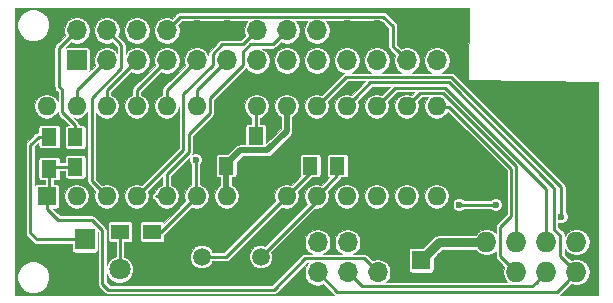
<source format=gtl>
G04 #@! TF.FileFunction,Copper,L1,Top,Signal*
%FSLAX46Y46*%
G04 Gerber Fmt 4.6, Leading zero omitted, Abs format (unit mm)*
G04 Created by KiCad (PCBNEW 4.0.6) date 05/18/17 21:56:45*
%MOMM*%
%LPD*%
G01*
G04 APERTURE LIST*
%ADD10C,0.100000*%
%ADD11R,1.700000X1.700000*%
%ADD12O,1.700000X1.700000*%
%ADD13R,1.600000X1.600000*%
%ADD14O,1.600000X1.600000*%
%ADD15C,1.600000*%
%ADD16C,1.500000*%
%ADD17O,1.727200X1.727200*%
%ADD18R,1.727200X1.727200*%
%ADD19R,1.250000X1.500000*%
%ADD20R,1.300000X1.500000*%
%ADD21R,1.800000X1.800000*%
%ADD22C,1.800000*%
%ADD23R,1.500000X1.300000*%
%ADD24C,0.600000*%
%ADD25C,0.250000*%
%ADD26C,0.500000*%
%ADD27C,0.750000*%
G04 APERTURE END LIST*
D10*
D11*
X131000000Y-86200000D03*
D12*
X131000000Y-88740000D03*
X128460000Y-86200000D03*
X128460000Y-88740000D03*
X125920000Y-86200000D03*
X125920000Y-88740000D03*
D11*
X105520000Y-70800000D03*
D12*
X105520000Y-68260000D03*
X108060000Y-70800000D03*
X108060000Y-68260000D03*
X110600000Y-70800000D03*
X110600000Y-68260000D03*
X113140000Y-70800000D03*
X113140000Y-68260000D03*
X115680000Y-70800000D03*
X115680000Y-68260000D03*
X118220000Y-70800000D03*
X118220000Y-68260000D03*
X120760000Y-70800000D03*
X120760000Y-68260000D03*
X123300000Y-70800000D03*
X123300000Y-68260000D03*
X125840000Y-70800000D03*
X125840000Y-68260000D03*
X128380000Y-70800000D03*
X128380000Y-68260000D03*
X130920000Y-70800000D03*
X130920000Y-68260000D03*
X133460000Y-70800000D03*
X133460000Y-68260000D03*
X136000000Y-70800000D03*
X136000000Y-68260000D03*
D13*
X102980000Y-82296000D03*
D14*
X136000000Y-74676000D03*
X105520000Y-82296000D03*
X133460000Y-74676000D03*
X108060000Y-82296000D03*
X130920000Y-74676000D03*
X110600000Y-82296000D03*
X128380000Y-74676000D03*
X113140000Y-82296000D03*
X125840000Y-74676000D03*
X115680000Y-82296000D03*
X123300000Y-74676000D03*
X118220000Y-82296000D03*
X120760000Y-74676000D03*
X120760000Y-82296000D03*
X118220000Y-74676000D03*
X123300000Y-82296000D03*
X115680000Y-74676000D03*
X125840000Y-82296000D03*
X113140000Y-74676000D03*
X128380000Y-82296000D03*
X110600000Y-74676000D03*
X130920000Y-82296000D03*
X108060000Y-74676000D03*
X133460000Y-82296000D03*
X105520000Y-74676000D03*
X136000000Y-82296000D03*
X102980000Y-74676000D03*
D13*
X134700000Y-87700000D03*
D15*
X136700000Y-87700000D03*
D16*
X116100000Y-87400000D03*
X121100000Y-87400000D03*
D17*
X147840000Y-88740000D03*
X147840000Y-86200000D03*
X145300000Y-88740000D03*
X145300000Y-86200000D03*
X142760000Y-88740000D03*
X142760000Y-86200000D03*
D18*
X140220000Y-88740000D03*
D17*
X140220000Y-86200000D03*
D19*
X105400000Y-77300000D03*
X105400000Y-79800000D03*
X127600000Y-79700000D03*
X127600000Y-77200000D03*
X125300000Y-79700000D03*
X125300000Y-77200000D03*
X120700000Y-77200000D03*
X120700000Y-79700000D03*
X118200000Y-79700000D03*
X118200000Y-77200000D03*
D20*
X103200000Y-77250000D03*
X103200000Y-79950000D03*
D21*
X111700000Y-88500000D03*
D22*
X109160000Y-88500000D03*
D23*
X111900000Y-85300000D03*
X109200000Y-85300000D03*
D11*
X106200000Y-85960000D03*
D12*
X106200000Y-88500000D03*
D24*
X122300000Y-79200001D03*
X141000000Y-83000000D03*
X137900000Y-83000000D03*
X146549990Y-84049990D03*
X115600000Y-79200000D03*
D25*
X142760000Y-86200000D02*
X142760000Y-79770998D01*
X142760000Y-79770998D02*
X136540001Y-73550999D01*
X136540001Y-73550999D02*
X134585001Y-73550999D01*
X134585001Y-73550999D02*
X134259999Y-73876001D01*
X134259999Y-73876001D02*
X133460000Y-74676000D01*
X118220000Y-74676000D02*
X118220000Y-77180000D01*
X118220000Y-77180000D02*
X118200000Y-77200000D01*
D26*
X122300000Y-79200001D02*
X122300000Y-80756000D01*
X122300000Y-80756000D02*
X120760000Y-82296000D01*
D27*
X117200000Y-85800000D02*
X114400000Y-85800000D01*
X114400000Y-85800000D02*
X111700000Y-88500000D01*
X119904001Y-83095999D02*
X117200000Y-85800000D01*
X120760000Y-82296000D02*
X119960001Y-83095999D01*
X119960001Y-83095999D02*
X119904001Y-83095999D01*
D25*
X127600000Y-77200000D02*
X125300000Y-77200000D01*
X129700000Y-78425000D02*
X129700000Y-83800000D01*
X129700000Y-83800000D02*
X131000000Y-85100000D01*
X131000000Y-85100000D02*
X131000000Y-86200000D01*
X127600000Y-77200000D02*
X128475000Y-77200000D01*
X128475000Y-77200000D02*
X129700000Y-78425000D01*
X120700000Y-79700000D02*
X120700000Y-82236000D01*
X120700000Y-82236000D02*
X120760000Y-82296000D01*
X118200000Y-74696000D02*
X118220000Y-74676000D01*
X120800000Y-82256000D02*
X120760000Y-82296000D01*
D27*
X140220000Y-86200000D02*
X136200000Y-86200000D01*
X136200000Y-86200000D02*
X134700000Y-87700000D01*
D25*
X142760000Y-88740000D02*
X141408601Y-87388601D01*
X141408601Y-87388601D02*
X141408601Y-84891399D01*
X141408601Y-84891399D02*
X142309990Y-83990010D01*
X136024000Y-74700000D02*
X136000000Y-74676000D01*
X142309990Y-83990010D02*
X142309990Y-79957398D01*
X142309990Y-79957398D02*
X137052592Y-74700000D01*
X137052592Y-74700000D02*
X136024000Y-74700000D01*
X113140000Y-68260000D02*
X114315001Y-67084999D01*
X114315001Y-67084999D02*
X131484001Y-67084999D01*
X131484001Y-67084999D02*
X132284999Y-67885997D01*
X132284999Y-67885997D02*
X132284999Y-69624999D01*
X132284999Y-69624999D02*
X132610001Y-69950001D01*
X132610001Y-69950001D02*
X133460000Y-70800000D01*
D26*
X118200000Y-79700000D02*
X118200000Y-82276000D01*
X118200000Y-82276000D02*
X118220000Y-82296000D01*
X118200000Y-79700000D02*
X118200000Y-79575000D01*
X118200000Y-79575000D02*
X119374999Y-78400001D01*
X121685001Y-78400001D02*
X123300000Y-76785002D01*
X119374999Y-78400001D02*
X121685001Y-78400001D01*
X123300000Y-76785002D02*
X123300000Y-75807370D01*
X123300000Y-75807370D02*
X123300000Y-74676000D01*
D25*
X118220000Y-79720000D02*
X118200000Y-79700000D01*
X103200000Y-77250000D02*
X102300000Y-77250000D01*
X102300000Y-77250000D02*
X101600000Y-77950000D01*
X101600000Y-77950000D02*
X101600000Y-85400000D01*
X101600000Y-85400000D02*
X102160000Y-85960000D01*
X102160000Y-85960000D02*
X106200000Y-85960000D01*
X120700000Y-77200000D02*
X120700000Y-74736000D01*
X120700000Y-74736000D02*
X120760000Y-74676000D01*
X120800000Y-74716000D02*
X120760000Y-74676000D01*
X125300000Y-79700000D02*
X125300000Y-80296000D01*
X125300000Y-80296000D02*
X124099999Y-81496001D01*
X124099999Y-81496001D02*
X123300000Y-82296000D01*
X116100000Y-87400000D02*
X118196000Y-87400000D01*
X118196000Y-87400000D02*
X123300000Y-82296000D01*
X127600000Y-79700000D02*
X127600000Y-80536000D01*
X127600000Y-80536000D02*
X126639999Y-81496001D01*
X126639999Y-81496001D02*
X125840000Y-82296000D01*
X125800000Y-82256000D02*
X125840000Y-82296000D01*
X121100000Y-87400000D02*
X125840000Y-82660000D01*
X125840000Y-82660000D02*
X125840000Y-82296000D01*
X141000000Y-83000000D02*
X140575736Y-83000000D01*
X140575736Y-83000000D02*
X137900000Y-83000000D01*
X110600000Y-82296000D02*
X114554999Y-78341001D01*
X114554999Y-78341001D02*
X114554999Y-73664003D01*
X114554999Y-73664003D02*
X117044999Y-71174003D01*
X117044999Y-71174003D02*
X117044999Y-70235999D01*
X117044999Y-70235999D02*
X117845997Y-69435001D01*
X119584999Y-69435001D02*
X119910001Y-69109999D01*
X117845997Y-69435001D02*
X119584999Y-69435001D01*
X119910001Y-69109999D02*
X120760000Y-68260000D01*
X106800000Y-73963590D02*
X106800000Y-81036000D01*
X106800000Y-81036000D02*
X108060000Y-82296000D01*
X109300000Y-69500000D02*
X109300000Y-71463590D01*
X109300000Y-71463590D02*
X106800000Y-73963590D01*
X108060000Y-68260000D02*
X109300000Y-69500000D01*
X104000000Y-73000000D02*
X104000000Y-69780000D01*
X104000000Y-69780000D02*
X105520000Y-68260000D01*
X104300000Y-73300000D02*
X104000000Y-73000000D01*
X104300000Y-75200000D02*
X104300000Y-73300000D01*
X105400000Y-77300000D02*
X105400000Y-76300000D01*
X105400000Y-76300000D02*
X104300000Y-75200000D01*
X147840000Y-88740000D02*
X146488601Y-87388601D01*
X146488601Y-87388601D02*
X146488601Y-85629471D01*
X130405021Y-72650979D02*
X129179999Y-73876001D01*
X146488601Y-85629471D02*
X145924989Y-85065859D01*
X145924989Y-85065859D02*
X145924989Y-81624989D01*
X145900000Y-81500000D02*
X137050979Y-72650979D01*
X145924989Y-81624989D02*
X145900000Y-81600000D01*
X145900000Y-81600000D02*
X145900000Y-81500000D01*
X137050979Y-72650979D02*
X130405021Y-72650979D01*
X129179999Y-73876001D02*
X128380000Y-74676000D01*
X125920000Y-88740000D02*
X127558611Y-90378611D01*
X127558611Y-90378611D02*
X146201389Y-90378611D01*
X146201389Y-90378611D02*
X146976401Y-89603599D01*
X146976401Y-89603599D02*
X147840000Y-88740000D01*
X146549990Y-84049990D02*
X146549990Y-81513580D01*
X146549990Y-81513580D02*
X137237379Y-72200969D01*
X137237379Y-72200969D02*
X128315031Y-72200969D01*
X128315031Y-72200969D02*
X126639999Y-73876001D01*
X126639999Y-73876001D02*
X125840000Y-74676000D01*
X129648601Y-89928601D02*
X132300000Y-89928601D01*
X132300000Y-89928601D02*
X133900000Y-89928601D01*
X133900000Y-89928601D02*
X144111399Y-89928601D01*
X128460000Y-88740000D02*
X129648601Y-89928601D01*
X144111399Y-89928601D02*
X144436401Y-89603599D01*
X144436401Y-89603599D02*
X145300000Y-88740000D01*
X145300000Y-86200000D02*
X145300000Y-81674588D01*
X145300000Y-81674588D02*
X136726401Y-73100989D01*
X132495011Y-73100989D02*
X131719999Y-73876001D01*
X136726401Y-73100989D02*
X132495011Y-73100989D01*
X131719999Y-73876001D02*
X130920000Y-74676000D01*
X109200000Y-85300000D02*
X109200000Y-88460000D01*
X109200000Y-88460000D02*
X109160000Y-88500000D01*
X109200000Y-85300000D02*
X109300000Y-85300000D01*
X106825002Y-84300000D02*
X103934000Y-84300000D01*
X103934000Y-84300000D02*
X102980000Y-83346000D01*
X102980000Y-83346000D02*
X102980000Y-82296000D01*
X107700000Y-89700000D02*
X107700000Y-85174998D01*
X107700000Y-85174998D02*
X106825002Y-84300000D01*
X108200000Y-90200000D02*
X107700000Y-89700000D01*
X122200000Y-90200000D02*
X108200000Y-90200000D01*
X124835001Y-87564999D02*
X122200000Y-90200000D01*
X131000000Y-88740000D02*
X129824999Y-87564999D01*
X129824999Y-87564999D02*
X124835001Y-87564999D01*
X103200000Y-79950000D02*
X103200000Y-82076000D01*
X103200000Y-82076000D02*
X102980000Y-82296000D01*
X105400000Y-79800000D02*
X103350000Y-79800000D01*
X103350000Y-79800000D02*
X103200000Y-79950000D01*
X123300000Y-68260000D02*
X122124999Y-69435001D01*
X115005009Y-78527401D02*
X113140000Y-80392410D01*
X113140000Y-80392410D02*
X113140000Y-82296000D01*
X122124999Y-69435001D02*
X120221409Y-69435001D01*
X115005009Y-77015993D02*
X115005009Y-78527401D01*
X120221409Y-69435001D02*
X119584999Y-70071411D01*
X119584999Y-70071411D02*
X119584999Y-71174003D01*
X116805001Y-75216001D02*
X115005009Y-77015993D01*
X119584999Y-71174003D02*
X116805001Y-73954001D01*
X116805001Y-73954001D02*
X116805001Y-75216001D01*
X112572800Y-82296000D02*
X112268000Y-82296000D01*
X115600000Y-79200000D02*
X115600000Y-82216000D01*
X115600000Y-82216000D02*
X115680000Y-82296000D01*
X115680000Y-82296000D02*
X112676000Y-85300000D01*
X112676000Y-85300000D02*
X111900000Y-85300000D01*
X115680000Y-74676000D02*
X115680000Y-73340000D01*
X115680000Y-73340000D02*
X118220000Y-70800000D01*
X113140000Y-74676000D02*
X113140000Y-73340000D01*
X113140000Y-73340000D02*
X115680000Y-70800000D01*
X110600000Y-74676000D02*
X110600000Y-73340000D01*
X110600000Y-73340000D02*
X113140000Y-70800000D01*
X108060000Y-74676000D02*
X108060000Y-73340000D01*
X108060000Y-73340000D02*
X110600000Y-70800000D01*
X105520000Y-74676000D02*
X105520000Y-73340000D01*
X105520000Y-73340000D02*
X108060000Y-70800000D01*
D10*
G36*
X138650006Y-72399206D02*
X138653636Y-72418719D01*
X138664572Y-72435283D01*
X138681090Y-72446286D01*
X138699115Y-72449992D01*
X149675000Y-72644255D01*
X149675000Y-90675000D01*
X146419824Y-90675000D01*
X146466554Y-90643776D01*
X147361737Y-89748593D01*
X147392027Y-89768832D01*
X147818183Y-89853600D01*
X147861817Y-89853600D01*
X148287973Y-89768832D01*
X148649251Y-89527434D01*
X148890649Y-89166156D01*
X148975417Y-88740000D01*
X148890649Y-88313844D01*
X148649251Y-87952566D01*
X148287973Y-87711168D01*
X147861817Y-87626400D01*
X147818183Y-87626400D01*
X147392027Y-87711168D01*
X147361737Y-87731407D01*
X146863601Y-87233271D01*
X146863601Y-86737279D01*
X147030749Y-86987434D01*
X147392027Y-87228832D01*
X147818183Y-87313600D01*
X147861817Y-87313600D01*
X148287973Y-87228832D01*
X148649251Y-86987434D01*
X148890649Y-86626156D01*
X148975417Y-86200000D01*
X148890649Y-85773844D01*
X148649251Y-85412566D01*
X148287973Y-85171168D01*
X147861817Y-85086400D01*
X147818183Y-85086400D01*
X147392027Y-85171168D01*
X147030749Y-85412566D01*
X146863601Y-85662721D01*
X146863601Y-85629471D01*
X146835056Y-85485965D01*
X146753766Y-85364306D01*
X146299989Y-84910529D01*
X146299989Y-84541711D01*
X146440108Y-84599894D01*
X146658912Y-84600085D01*
X146861133Y-84516529D01*
X147015985Y-84361947D01*
X147099894Y-84159872D01*
X147100085Y-83941068D01*
X147016529Y-83738847D01*
X146924990Y-83647148D01*
X146924990Y-81513580D01*
X146896445Y-81370074D01*
X146815155Y-81248415D01*
X137502544Y-71935804D01*
X137380886Y-71854514D01*
X137237379Y-71825969D01*
X136438684Y-71825969D01*
X136777817Y-71599367D01*
X137016267Y-71242502D01*
X137100000Y-70821550D01*
X137100000Y-70778450D01*
X137016267Y-70357498D01*
X136777817Y-70000633D01*
X136420952Y-69762183D01*
X136000000Y-69678450D01*
X135579048Y-69762183D01*
X135222183Y-70000633D01*
X134983733Y-70357498D01*
X134900000Y-70778450D01*
X134900000Y-70821550D01*
X134983733Y-71242502D01*
X135222183Y-71599367D01*
X135561316Y-71825969D01*
X133898684Y-71825969D01*
X134237817Y-71599367D01*
X134476267Y-71242502D01*
X134560000Y-70821550D01*
X134560000Y-70778450D01*
X134476267Y-70357498D01*
X134237817Y-70000633D01*
X133880952Y-69762183D01*
X133460000Y-69678450D01*
X133039048Y-69762183D01*
X132987174Y-69796844D01*
X132659999Y-69469669D01*
X132659999Y-67885997D01*
X132631454Y-67742491D01*
X132631454Y-67742490D01*
X132550164Y-67620832D01*
X131749166Y-66819834D01*
X131627508Y-66738544D01*
X131484001Y-66709999D01*
X114315001Y-66709999D01*
X114171495Y-66738544D01*
X114171493Y-66738545D01*
X114171494Y-66738545D01*
X114049836Y-66819834D01*
X113612826Y-67256844D01*
X113560952Y-67222183D01*
X113140000Y-67138450D01*
X112719048Y-67222183D01*
X112362183Y-67460633D01*
X112123733Y-67817498D01*
X112040000Y-68238450D01*
X112040000Y-68281550D01*
X112123733Y-68702502D01*
X112362183Y-69059367D01*
X112719048Y-69297817D01*
X113140000Y-69381550D01*
X113560952Y-69297817D01*
X113917817Y-69059367D01*
X114156267Y-68702502D01*
X114240000Y-68281550D01*
X114240000Y-68238450D01*
X114156267Y-67817498D01*
X114138869Y-67791461D01*
X114470331Y-67459999D01*
X119983132Y-67459999D01*
X119982183Y-67460633D01*
X119743733Y-67817498D01*
X119660000Y-68238450D01*
X119660000Y-68281550D01*
X119743733Y-68702502D01*
X119761131Y-68728539D01*
X119429669Y-69060001D01*
X117845997Y-69060001D01*
X117702490Y-69088546D01*
X117580832Y-69169836D01*
X116779834Y-69970834D01*
X116698544Y-70092492D01*
X116686111Y-70155000D01*
X116669999Y-70235999D01*
X116669999Y-70318185D01*
X116457817Y-70000633D01*
X116100952Y-69762183D01*
X115680000Y-69678450D01*
X115259048Y-69762183D01*
X114902183Y-70000633D01*
X114663733Y-70357498D01*
X114580000Y-70778450D01*
X114580000Y-70821550D01*
X114663733Y-71242502D01*
X114681131Y-71268539D01*
X112874835Y-73074835D01*
X112793545Y-73196493D01*
X112775774Y-73285834D01*
X112765000Y-73340000D01*
X112765000Y-73680021D01*
X112738182Y-73685355D01*
X112397538Y-73912967D01*
X112169926Y-74253611D01*
X112090000Y-74655429D01*
X112090000Y-74696571D01*
X112169926Y-75098389D01*
X112397538Y-75439033D01*
X112738182Y-75666645D01*
X113140000Y-75746571D01*
X113541818Y-75666645D01*
X113882462Y-75439033D01*
X114110074Y-75098389D01*
X114179999Y-74746850D01*
X114179999Y-78185671D01*
X111036884Y-81328786D01*
X111001818Y-81305355D01*
X110600000Y-81225429D01*
X110198182Y-81305355D01*
X109857538Y-81532967D01*
X109629926Y-81873611D01*
X109550000Y-82275429D01*
X109550000Y-82316571D01*
X109629926Y-82718389D01*
X109857538Y-83059033D01*
X110198182Y-83286645D01*
X110600000Y-83366571D01*
X111001818Y-83286645D01*
X111342462Y-83059033D01*
X111570074Y-82718389D01*
X111650000Y-82316571D01*
X111650000Y-82275429D01*
X111570074Y-81873611D01*
X111563123Y-81863207D01*
X112765000Y-80661330D01*
X112765000Y-81300021D01*
X112738182Y-81305355D01*
X112397538Y-81532967D01*
X112169926Y-81873611D01*
X112156071Y-81943264D01*
X112124494Y-81949545D01*
X112002835Y-82030835D01*
X111921545Y-82152494D01*
X111893000Y-82296000D01*
X111921545Y-82439506D01*
X112002835Y-82561165D01*
X112124494Y-82642455D01*
X112156071Y-82648736D01*
X112169926Y-82718389D01*
X112397538Y-83059033D01*
X112738182Y-83286645D01*
X113140000Y-83366571D01*
X113541818Y-83286645D01*
X113882462Y-83059033D01*
X114110074Y-82718389D01*
X114190000Y-82316571D01*
X114190000Y-82275429D01*
X114110074Y-81873611D01*
X113882462Y-81532967D01*
X113541818Y-81305355D01*
X113515000Y-81300021D01*
X113515000Y-80547740D01*
X115105110Y-78957630D01*
X115050096Y-79090118D01*
X115049905Y-79308922D01*
X115133461Y-79511143D01*
X115225000Y-79602842D01*
X115225000Y-81340890D01*
X114937538Y-81532967D01*
X114709926Y-81873611D01*
X114630000Y-82275429D01*
X114630000Y-82316571D01*
X114709926Y-82718389D01*
X114716877Y-82728793D01*
X112887599Y-84558071D01*
X112887465Y-84557356D01*
X112832712Y-84472268D01*
X112749169Y-84415185D01*
X112650000Y-84395103D01*
X111150000Y-84395103D01*
X111057356Y-84412535D01*
X110972268Y-84467288D01*
X110915185Y-84550831D01*
X110895103Y-84650000D01*
X110895103Y-85950000D01*
X110912535Y-86042644D01*
X110967288Y-86127732D01*
X111050831Y-86184815D01*
X111150000Y-86204897D01*
X112650000Y-86204897D01*
X112742644Y-86187465D01*
X112827732Y-86132712D01*
X112884815Y-86049169D01*
X112904897Y-85950000D01*
X112904897Y-85589399D01*
X112941165Y-85565165D01*
X115243116Y-83263214D01*
X115278182Y-83286645D01*
X115680000Y-83366571D01*
X116081818Y-83286645D01*
X116422462Y-83059033D01*
X116650074Y-82718389D01*
X116730000Y-82316571D01*
X116730000Y-82275429D01*
X117170000Y-82275429D01*
X117170000Y-82316571D01*
X117249926Y-82718389D01*
X117477538Y-83059033D01*
X117818182Y-83286645D01*
X118220000Y-83366571D01*
X118621818Y-83286645D01*
X118962462Y-83059033D01*
X119190074Y-82718389D01*
X119270000Y-82316571D01*
X119270000Y-82275429D01*
X119190074Y-81873611D01*
X118962462Y-81532967D01*
X118700000Y-81357595D01*
X118700000Y-80704897D01*
X118825000Y-80704897D01*
X118917644Y-80687465D01*
X119002732Y-80632712D01*
X119059815Y-80549169D01*
X119079897Y-80450000D01*
X119079897Y-79402209D01*
X119582106Y-78900001D01*
X121685001Y-78900001D01*
X121876343Y-78861941D01*
X122038554Y-78753554D01*
X123653553Y-77138556D01*
X123761940Y-76976344D01*
X123776420Y-76903546D01*
X123800000Y-76785002D01*
X123800000Y-75601042D01*
X124042462Y-75439033D01*
X124270074Y-75098389D01*
X124350000Y-74696571D01*
X124350000Y-74655429D01*
X124270074Y-74253611D01*
X124042462Y-73912967D01*
X123701818Y-73685355D01*
X123300000Y-73605429D01*
X122898182Y-73685355D01*
X122557538Y-73912967D01*
X122329926Y-74253611D01*
X122250000Y-74655429D01*
X122250000Y-74696571D01*
X122329926Y-75098389D01*
X122557538Y-75439033D01*
X122800000Y-75601042D01*
X122800000Y-76577895D01*
X121579897Y-77797999D01*
X121579897Y-76450000D01*
X121562465Y-76357356D01*
X121507712Y-76272268D01*
X121424169Y-76215185D01*
X121325000Y-76195103D01*
X121075000Y-76195103D01*
X121075000Y-75683914D01*
X121161818Y-75666645D01*
X121502462Y-75439033D01*
X121730074Y-75098389D01*
X121810000Y-74696571D01*
X121810000Y-74655429D01*
X121730074Y-74253611D01*
X121502462Y-73912967D01*
X121161818Y-73685355D01*
X120760000Y-73605429D01*
X120358182Y-73685355D01*
X120017538Y-73912967D01*
X119789926Y-74253611D01*
X119710000Y-74655429D01*
X119710000Y-74696571D01*
X119789926Y-75098389D01*
X120017538Y-75439033D01*
X120325000Y-75644473D01*
X120325000Y-76195103D01*
X120075000Y-76195103D01*
X119982356Y-76212535D01*
X119897268Y-76267288D01*
X119840185Y-76350831D01*
X119820103Y-76450000D01*
X119820103Y-77900001D01*
X119374999Y-77900001D01*
X119183657Y-77938061D01*
X119118685Y-77981475D01*
X119021446Y-78046447D01*
X118372791Y-78695103D01*
X117575000Y-78695103D01*
X117482356Y-78712535D01*
X117397268Y-78767288D01*
X117340185Y-78850831D01*
X117320103Y-78950000D01*
X117320103Y-80450000D01*
X117337535Y-80542644D01*
X117392288Y-80627732D01*
X117475831Y-80684815D01*
X117575000Y-80704897D01*
X117700000Y-80704897D01*
X117700000Y-81384322D01*
X117477538Y-81532967D01*
X117249926Y-81873611D01*
X117170000Y-82275429D01*
X116730000Y-82275429D01*
X116650074Y-81873611D01*
X116422462Y-81532967D01*
X116081818Y-81305355D01*
X115975000Y-81284108D01*
X115975000Y-79602793D01*
X116065995Y-79511957D01*
X116149904Y-79309882D01*
X116150095Y-79091078D01*
X116066539Y-78888857D01*
X115911957Y-78734005D01*
X115709882Y-78650096D01*
X115491078Y-78649905D01*
X115317604Y-78721583D01*
X115351464Y-78670908D01*
X115380009Y-78527401D01*
X115380009Y-77171323D01*
X117070166Y-75481166D01*
X117151456Y-75359508D01*
X117180001Y-75216001D01*
X117180001Y-74109331D01*
X119850164Y-71439168D01*
X119862653Y-71420478D01*
X119982183Y-71599367D01*
X120339048Y-71837817D01*
X120760000Y-71921550D01*
X121180952Y-71837817D01*
X121537817Y-71599367D01*
X121776267Y-71242502D01*
X121860000Y-70821550D01*
X121860000Y-70778450D01*
X122200000Y-70778450D01*
X122200000Y-70821550D01*
X122283733Y-71242502D01*
X122522183Y-71599367D01*
X122879048Y-71837817D01*
X123300000Y-71921550D01*
X123720952Y-71837817D01*
X124077817Y-71599367D01*
X124316267Y-71242502D01*
X124400000Y-70821550D01*
X124400000Y-70778450D01*
X124740000Y-70778450D01*
X124740000Y-70821550D01*
X124823733Y-71242502D01*
X125062183Y-71599367D01*
X125419048Y-71837817D01*
X125840000Y-71921550D01*
X126260952Y-71837817D01*
X126617817Y-71599367D01*
X126856267Y-71242502D01*
X126940000Y-70821550D01*
X126940000Y-70778450D01*
X126856267Y-70357498D01*
X126617817Y-70000633D01*
X126260952Y-69762183D01*
X125840000Y-69678450D01*
X125419048Y-69762183D01*
X125062183Y-70000633D01*
X124823733Y-70357498D01*
X124740000Y-70778450D01*
X124400000Y-70778450D01*
X124316267Y-70357498D01*
X124077817Y-70000633D01*
X123720952Y-69762183D01*
X123300000Y-69678450D01*
X122879048Y-69762183D01*
X122522183Y-70000633D01*
X122283733Y-70357498D01*
X122200000Y-70778450D01*
X121860000Y-70778450D01*
X121776267Y-70357498D01*
X121537817Y-70000633D01*
X121252517Y-69810001D01*
X122124999Y-69810001D01*
X122268506Y-69781456D01*
X122390164Y-69700166D01*
X122827174Y-69263156D01*
X122879048Y-69297817D01*
X123300000Y-69381550D01*
X123720952Y-69297817D01*
X124077817Y-69059367D01*
X124316267Y-68702502D01*
X124400000Y-68281550D01*
X124400000Y-68238450D01*
X124316267Y-67817498D01*
X124077817Y-67460633D01*
X124076868Y-67459999D01*
X125063132Y-67459999D01*
X125062183Y-67460633D01*
X124823733Y-67817498D01*
X124740000Y-68238450D01*
X124740000Y-68281550D01*
X124823733Y-68702502D01*
X125062183Y-69059367D01*
X125419048Y-69297817D01*
X125840000Y-69381550D01*
X126260952Y-69297817D01*
X126617817Y-69059367D01*
X126856267Y-68702502D01*
X126940000Y-68281550D01*
X126940000Y-68238450D01*
X126856267Y-67817498D01*
X126617817Y-67460633D01*
X126616868Y-67459999D01*
X131328671Y-67459999D01*
X131909999Y-68041327D01*
X131909999Y-69624999D01*
X131938544Y-69768506D01*
X132019834Y-69890164D01*
X132461131Y-70331461D01*
X132443733Y-70357498D01*
X132360000Y-70778450D01*
X132360000Y-70821550D01*
X132443733Y-71242502D01*
X132682183Y-71599367D01*
X133021316Y-71825969D01*
X131358684Y-71825969D01*
X131697817Y-71599367D01*
X131936267Y-71242502D01*
X132020000Y-70821550D01*
X132020000Y-70778450D01*
X131936267Y-70357498D01*
X131697817Y-70000633D01*
X131340952Y-69762183D01*
X130920000Y-69678450D01*
X130499048Y-69762183D01*
X130142183Y-70000633D01*
X129903733Y-70357498D01*
X129820000Y-70778450D01*
X129820000Y-70821550D01*
X129903733Y-71242502D01*
X130142183Y-71599367D01*
X130481316Y-71825969D01*
X128818684Y-71825969D01*
X129157817Y-71599367D01*
X129396267Y-71242502D01*
X129480000Y-70821550D01*
X129480000Y-70778450D01*
X129396267Y-70357498D01*
X129157817Y-70000633D01*
X128800952Y-69762183D01*
X128380000Y-69678450D01*
X127959048Y-69762183D01*
X127602183Y-70000633D01*
X127363733Y-70357498D01*
X127280000Y-70778450D01*
X127280000Y-70821550D01*
X127363733Y-71242502D01*
X127602183Y-71599367D01*
X127959048Y-71837817D01*
X128142038Y-71874216D01*
X128049866Y-71935804D01*
X126276884Y-73708786D01*
X126241818Y-73685355D01*
X125840000Y-73605429D01*
X125438182Y-73685355D01*
X125097538Y-73912967D01*
X124869926Y-74253611D01*
X124790000Y-74655429D01*
X124790000Y-74696571D01*
X124869926Y-75098389D01*
X125097538Y-75439033D01*
X125438182Y-75666645D01*
X125840000Y-75746571D01*
X126241818Y-75666645D01*
X126582462Y-75439033D01*
X126810074Y-75098389D01*
X126890000Y-74696571D01*
X126890000Y-74655429D01*
X126810074Y-74253611D01*
X126803123Y-74243207D01*
X128470361Y-72575969D01*
X129949701Y-72575969D01*
X128816884Y-73708786D01*
X128781818Y-73685355D01*
X128380000Y-73605429D01*
X127978182Y-73685355D01*
X127637538Y-73912967D01*
X127409926Y-74253611D01*
X127330000Y-74655429D01*
X127330000Y-74696571D01*
X127409926Y-75098389D01*
X127637538Y-75439033D01*
X127978182Y-75666645D01*
X128380000Y-75746571D01*
X128781818Y-75666645D01*
X129122462Y-75439033D01*
X129350074Y-75098389D01*
X129430000Y-74696571D01*
X129430000Y-74655429D01*
X129350074Y-74253611D01*
X129343123Y-74243207D01*
X130560351Y-73025979D01*
X132039691Y-73025979D01*
X131356884Y-73708786D01*
X131321818Y-73685355D01*
X130920000Y-73605429D01*
X130518182Y-73685355D01*
X130177538Y-73912967D01*
X129949926Y-74253611D01*
X129870000Y-74655429D01*
X129870000Y-74696571D01*
X129949926Y-75098389D01*
X130177538Y-75439033D01*
X130518182Y-75666645D01*
X130920000Y-75746571D01*
X131321818Y-75666645D01*
X131662462Y-75439033D01*
X131890074Y-75098389D01*
X131970000Y-74696571D01*
X131970000Y-74655429D01*
X131890074Y-74253611D01*
X131883123Y-74243207D01*
X132650341Y-73475989D01*
X134129681Y-73475989D01*
X133896884Y-73708786D01*
X133861818Y-73685355D01*
X133460000Y-73605429D01*
X133058182Y-73685355D01*
X132717538Y-73912967D01*
X132489926Y-74253611D01*
X132410000Y-74655429D01*
X132410000Y-74696571D01*
X132489926Y-75098389D01*
X132717538Y-75439033D01*
X133058182Y-75666645D01*
X133460000Y-75746571D01*
X133861818Y-75666645D01*
X134202462Y-75439033D01*
X134430074Y-75098389D01*
X134510000Y-74696571D01*
X134510000Y-74655429D01*
X134430074Y-74253611D01*
X134423123Y-74243207D01*
X134740331Y-73925999D01*
X135248830Y-73925999D01*
X135029926Y-74253611D01*
X134950000Y-74655429D01*
X134950000Y-74696571D01*
X135029926Y-75098389D01*
X135257538Y-75439033D01*
X135598182Y-75666645D01*
X136000000Y-75746571D01*
X136401818Y-75666645D01*
X136742462Y-75439033D01*
X136950278Y-75128016D01*
X141934990Y-80112728D01*
X141934990Y-83834680D01*
X141143436Y-84626234D01*
X141062146Y-84747892D01*
X141062146Y-84747893D01*
X141033601Y-84891399D01*
X141033601Y-85419076D01*
X141029251Y-85412566D01*
X140667973Y-85171168D01*
X140241817Y-85086400D01*
X140198183Y-85086400D01*
X139772027Y-85171168D01*
X139410749Y-85412566D01*
X139302214Y-85575000D01*
X136200000Y-85575000D01*
X135960822Y-85622575D01*
X135897082Y-85665165D01*
X135758058Y-85758058D01*
X135758056Y-85758061D01*
X134871013Y-86645103D01*
X133900000Y-86645103D01*
X133807356Y-86662535D01*
X133722268Y-86717288D01*
X133665185Y-86800831D01*
X133645103Y-86900000D01*
X133645103Y-88500000D01*
X133662535Y-88592644D01*
X133717288Y-88677732D01*
X133800831Y-88734815D01*
X133900000Y-88754897D01*
X135500000Y-88754897D01*
X135592644Y-88737465D01*
X135677732Y-88682712D01*
X135734815Y-88599169D01*
X135754897Y-88500000D01*
X135754897Y-87528987D01*
X136458883Y-86825000D01*
X139302214Y-86825000D01*
X139410749Y-86987434D01*
X139772027Y-87228832D01*
X140198183Y-87313600D01*
X140241817Y-87313600D01*
X140667973Y-87228832D01*
X141029251Y-86987434D01*
X141033601Y-86980924D01*
X141033601Y-87388601D01*
X141062146Y-87532108D01*
X141143436Y-87653766D01*
X141747067Y-88257397D01*
X141709351Y-88313844D01*
X141624583Y-88740000D01*
X141709351Y-89166156D01*
X141950749Y-89527434D01*
X141989911Y-89553601D01*
X131756514Y-89553601D01*
X131777817Y-89539367D01*
X132016267Y-89182502D01*
X132100000Y-88761550D01*
X132100000Y-88718450D01*
X132016267Y-88297498D01*
X131777817Y-87940633D01*
X131420952Y-87702183D01*
X131000000Y-87618450D01*
X130579048Y-87702183D01*
X130527174Y-87736844D01*
X130090164Y-87299834D01*
X129968506Y-87218544D01*
X129824999Y-87189999D01*
X128952517Y-87189999D01*
X129237817Y-86999367D01*
X129476267Y-86642502D01*
X129560000Y-86221550D01*
X129560000Y-86178450D01*
X129476267Y-85757498D01*
X129237817Y-85400633D01*
X128880952Y-85162183D01*
X128460000Y-85078450D01*
X128039048Y-85162183D01*
X127682183Y-85400633D01*
X127443733Y-85757498D01*
X127360000Y-86178450D01*
X127360000Y-86221550D01*
X127443733Y-86642502D01*
X127682183Y-86999367D01*
X127967483Y-87189999D01*
X126412517Y-87189999D01*
X126697817Y-86999367D01*
X126936267Y-86642502D01*
X127020000Y-86221550D01*
X127020000Y-86178450D01*
X126936267Y-85757498D01*
X126697817Y-85400633D01*
X126340952Y-85162183D01*
X125920000Y-85078450D01*
X125499048Y-85162183D01*
X125142183Y-85400633D01*
X124903733Y-85757498D01*
X124820000Y-86178450D01*
X124820000Y-86221550D01*
X124903733Y-86642502D01*
X125142183Y-86999367D01*
X125427483Y-87189999D01*
X124835001Y-87189999D01*
X124691494Y-87218544D01*
X124569836Y-87299834D01*
X122044670Y-89825000D01*
X108355330Y-89825000D01*
X108075000Y-89544670D01*
X108075000Y-88885540D01*
X108184509Y-89150572D01*
X108507727Y-89474354D01*
X108930247Y-89649800D01*
X109387746Y-89650199D01*
X109810572Y-89475491D01*
X110134354Y-89152273D01*
X110309800Y-88729753D01*
X110310199Y-88272254D01*
X110135491Y-87849428D01*
X109884541Y-87598040D01*
X115099827Y-87598040D01*
X115251747Y-87965714D01*
X115532806Y-88247264D01*
X115900215Y-88399826D01*
X116298040Y-88400173D01*
X116665714Y-88248253D01*
X116947264Y-87967194D01*
X117027070Y-87775000D01*
X118196000Y-87775000D01*
X118339507Y-87746455D01*
X118461165Y-87665165D01*
X118528290Y-87598040D01*
X120099827Y-87598040D01*
X120251747Y-87965714D01*
X120532806Y-88247264D01*
X120900215Y-88399826D01*
X121298040Y-88400173D01*
X121665714Y-88248253D01*
X121947264Y-87967194D01*
X122099826Y-87599785D01*
X122100173Y-87201960D01*
X122020703Y-87009627D01*
X125692999Y-83337331D01*
X125840000Y-83366571D01*
X126241818Y-83286645D01*
X126582462Y-83059033D01*
X126810074Y-82718389D01*
X126890000Y-82316571D01*
X126890000Y-82275429D01*
X127330000Y-82275429D01*
X127330000Y-82316571D01*
X127409926Y-82718389D01*
X127637538Y-83059033D01*
X127978182Y-83286645D01*
X128380000Y-83366571D01*
X128781818Y-83286645D01*
X129122462Y-83059033D01*
X129350074Y-82718389D01*
X129430000Y-82316571D01*
X129430000Y-82275429D01*
X129870000Y-82275429D01*
X129870000Y-82316571D01*
X129949926Y-82718389D01*
X130177538Y-83059033D01*
X130518182Y-83286645D01*
X130920000Y-83366571D01*
X131321818Y-83286645D01*
X131662462Y-83059033D01*
X131890074Y-82718389D01*
X131970000Y-82316571D01*
X131970000Y-82275429D01*
X132410000Y-82275429D01*
X132410000Y-82316571D01*
X132489926Y-82718389D01*
X132717538Y-83059033D01*
X133058182Y-83286645D01*
X133460000Y-83366571D01*
X133861818Y-83286645D01*
X134202462Y-83059033D01*
X134430074Y-82718389D01*
X134510000Y-82316571D01*
X134510000Y-82275429D01*
X134950000Y-82275429D01*
X134950000Y-82316571D01*
X135029926Y-82718389D01*
X135257538Y-83059033D01*
X135598182Y-83286645D01*
X136000000Y-83366571D01*
X136401818Y-83286645D01*
X136667798Y-83108922D01*
X137349905Y-83108922D01*
X137433461Y-83311143D01*
X137588043Y-83465995D01*
X137790118Y-83549904D01*
X138008922Y-83550095D01*
X138211143Y-83466539D01*
X138302842Y-83375000D01*
X140597207Y-83375000D01*
X140688043Y-83465995D01*
X140890118Y-83549904D01*
X141108922Y-83550095D01*
X141311143Y-83466539D01*
X141465995Y-83311957D01*
X141549904Y-83109882D01*
X141550095Y-82891078D01*
X141466539Y-82688857D01*
X141311957Y-82534005D01*
X141109882Y-82450096D01*
X140891078Y-82449905D01*
X140688857Y-82533461D01*
X140597158Y-82625000D01*
X138302793Y-82625000D01*
X138211957Y-82534005D01*
X138009882Y-82450096D01*
X137791078Y-82449905D01*
X137588857Y-82533461D01*
X137434005Y-82688043D01*
X137350096Y-82890118D01*
X137349905Y-83108922D01*
X136667798Y-83108922D01*
X136742462Y-83059033D01*
X136970074Y-82718389D01*
X137050000Y-82316571D01*
X137050000Y-82275429D01*
X136970074Y-81873611D01*
X136742462Y-81532967D01*
X136401818Y-81305355D01*
X136000000Y-81225429D01*
X135598182Y-81305355D01*
X135257538Y-81532967D01*
X135029926Y-81873611D01*
X134950000Y-82275429D01*
X134510000Y-82275429D01*
X134430074Y-81873611D01*
X134202462Y-81532967D01*
X133861818Y-81305355D01*
X133460000Y-81225429D01*
X133058182Y-81305355D01*
X132717538Y-81532967D01*
X132489926Y-81873611D01*
X132410000Y-82275429D01*
X131970000Y-82275429D01*
X131890074Y-81873611D01*
X131662462Y-81532967D01*
X131321818Y-81305355D01*
X130920000Y-81225429D01*
X130518182Y-81305355D01*
X130177538Y-81532967D01*
X129949926Y-81873611D01*
X129870000Y-82275429D01*
X129430000Y-82275429D01*
X129350074Y-81873611D01*
X129122462Y-81532967D01*
X128781818Y-81305355D01*
X128380000Y-81225429D01*
X127978182Y-81305355D01*
X127637538Y-81532967D01*
X127409926Y-81873611D01*
X127330000Y-82275429D01*
X126890000Y-82275429D01*
X126810074Y-81873611D01*
X126803123Y-81863207D01*
X127865165Y-80801165D01*
X127887719Y-80767410D01*
X127929489Y-80704897D01*
X128225000Y-80704897D01*
X128317644Y-80687465D01*
X128402732Y-80632712D01*
X128459815Y-80549169D01*
X128479897Y-80450000D01*
X128479897Y-78950000D01*
X128462465Y-78857356D01*
X128407712Y-78772268D01*
X128324169Y-78715185D01*
X128225000Y-78695103D01*
X126975000Y-78695103D01*
X126882356Y-78712535D01*
X126797268Y-78767288D01*
X126740185Y-78850831D01*
X126720103Y-78950000D01*
X126720103Y-80450000D01*
X126737535Y-80542644D01*
X126792288Y-80627732D01*
X126875831Y-80684815D01*
X126913273Y-80692397D01*
X126276884Y-81328786D01*
X126241818Y-81305355D01*
X125840000Y-81225429D01*
X125438182Y-81305355D01*
X125097538Y-81532967D01*
X124869926Y-81873611D01*
X124790000Y-82275429D01*
X124790000Y-82316571D01*
X124869926Y-82718389D01*
X125022676Y-82946994D01*
X121490361Y-86479309D01*
X121299785Y-86400174D01*
X120901960Y-86399827D01*
X120534286Y-86551747D01*
X120252736Y-86832806D01*
X120100174Y-87200215D01*
X120099827Y-87598040D01*
X118528290Y-87598040D01*
X122863116Y-83263214D01*
X122898182Y-83286645D01*
X123300000Y-83366571D01*
X123701818Y-83286645D01*
X124042462Y-83059033D01*
X124270074Y-82718389D01*
X124350000Y-82316571D01*
X124350000Y-82275429D01*
X124270074Y-81873611D01*
X124263123Y-81863207D01*
X125421433Y-80704897D01*
X125925000Y-80704897D01*
X126017644Y-80687465D01*
X126102732Y-80632712D01*
X126159815Y-80549169D01*
X126179897Y-80450000D01*
X126179897Y-78950000D01*
X126162465Y-78857356D01*
X126107712Y-78772268D01*
X126024169Y-78715185D01*
X125925000Y-78695103D01*
X124675000Y-78695103D01*
X124582356Y-78712535D01*
X124497268Y-78767288D01*
X124440185Y-78850831D01*
X124420103Y-78950000D01*
X124420103Y-80450000D01*
X124437535Y-80542644D01*
X124471008Y-80594662D01*
X123736884Y-81328786D01*
X123701818Y-81305355D01*
X123300000Y-81225429D01*
X122898182Y-81305355D01*
X122557538Y-81532967D01*
X122329926Y-81873611D01*
X122250000Y-82275429D01*
X122250000Y-82316571D01*
X122329926Y-82718389D01*
X122336877Y-82728793D01*
X118040670Y-87025000D01*
X117027055Y-87025000D01*
X116948253Y-86834286D01*
X116667194Y-86552736D01*
X116299785Y-86400174D01*
X115901960Y-86399827D01*
X115534286Y-86551747D01*
X115252736Y-86832806D01*
X115100174Y-87200215D01*
X115099827Y-87598040D01*
X109884541Y-87598040D01*
X109812273Y-87525646D01*
X109575000Y-87427121D01*
X109575000Y-86204897D01*
X109950000Y-86204897D01*
X110042644Y-86187465D01*
X110127732Y-86132712D01*
X110184815Y-86049169D01*
X110204897Y-85950000D01*
X110204897Y-84650000D01*
X110187465Y-84557356D01*
X110132712Y-84472268D01*
X110049169Y-84415185D01*
X109950000Y-84395103D01*
X108450000Y-84395103D01*
X108357356Y-84412535D01*
X108272268Y-84467288D01*
X108215185Y-84550831D01*
X108195103Y-84650000D01*
X108195103Y-85950000D01*
X108212535Y-86042644D01*
X108267288Y-86127732D01*
X108350831Y-86184815D01*
X108450000Y-86204897D01*
X108825000Y-86204897D01*
X108825000Y-87394117D01*
X108509428Y-87524509D01*
X108185646Y-87847727D01*
X108075000Y-88114192D01*
X108075000Y-85174998D01*
X108057377Y-85086400D01*
X108046455Y-85031491D01*
X107965165Y-84909833D01*
X107090167Y-84034835D01*
X106968509Y-83953545D01*
X106825002Y-83925000D01*
X104089330Y-83925000D01*
X103515227Y-83350897D01*
X103780000Y-83350897D01*
X103872644Y-83333465D01*
X103957732Y-83278712D01*
X104014815Y-83195169D01*
X104034897Y-83096000D01*
X104034897Y-82275429D01*
X104470000Y-82275429D01*
X104470000Y-82316571D01*
X104549926Y-82718389D01*
X104777538Y-83059033D01*
X105118182Y-83286645D01*
X105520000Y-83366571D01*
X105921818Y-83286645D01*
X106262462Y-83059033D01*
X106490074Y-82718389D01*
X106570000Y-82316571D01*
X106570000Y-82275429D01*
X106490074Y-81873611D01*
X106262462Y-81532967D01*
X105921818Y-81305355D01*
X105520000Y-81225429D01*
X105118182Y-81305355D01*
X104777538Y-81532967D01*
X104549926Y-81873611D01*
X104470000Y-82275429D01*
X104034897Y-82275429D01*
X104034897Y-81496000D01*
X104017465Y-81403356D01*
X103962712Y-81318268D01*
X103879169Y-81261185D01*
X103780000Y-81241103D01*
X103575000Y-81241103D01*
X103575000Y-80954897D01*
X103850000Y-80954897D01*
X103942644Y-80937465D01*
X104027732Y-80882712D01*
X104084815Y-80799169D01*
X104104897Y-80700000D01*
X104104897Y-80175000D01*
X104520103Y-80175000D01*
X104520103Y-80550000D01*
X104537535Y-80642644D01*
X104592288Y-80727732D01*
X104675831Y-80784815D01*
X104775000Y-80804897D01*
X106025000Y-80804897D01*
X106117644Y-80787465D01*
X106202732Y-80732712D01*
X106259815Y-80649169D01*
X106279897Y-80550000D01*
X106279897Y-79050000D01*
X106262465Y-78957356D01*
X106207712Y-78872268D01*
X106124169Y-78815185D01*
X106025000Y-78795103D01*
X104775000Y-78795103D01*
X104682356Y-78812535D01*
X104597268Y-78867288D01*
X104540185Y-78950831D01*
X104520103Y-79050000D01*
X104520103Y-79425000D01*
X104104897Y-79425000D01*
X104104897Y-79200000D01*
X104087465Y-79107356D01*
X104032712Y-79022268D01*
X103949169Y-78965185D01*
X103850000Y-78945103D01*
X102550000Y-78945103D01*
X102457356Y-78962535D01*
X102372268Y-79017288D01*
X102315185Y-79100831D01*
X102295103Y-79200000D01*
X102295103Y-80700000D01*
X102312535Y-80792644D01*
X102367288Y-80877732D01*
X102450831Y-80934815D01*
X102550000Y-80954897D01*
X102825000Y-80954897D01*
X102825000Y-81241103D01*
X102180000Y-81241103D01*
X102087356Y-81258535D01*
X102002268Y-81313288D01*
X101975000Y-81353196D01*
X101975000Y-78105330D01*
X102295103Y-77785227D01*
X102295103Y-78000000D01*
X102312535Y-78092644D01*
X102367288Y-78177732D01*
X102450831Y-78234815D01*
X102550000Y-78254897D01*
X103850000Y-78254897D01*
X103942644Y-78237465D01*
X104027732Y-78182712D01*
X104084815Y-78099169D01*
X104104897Y-78000000D01*
X104104897Y-76500000D01*
X104087465Y-76407356D01*
X104032712Y-76322268D01*
X103949169Y-76265185D01*
X103850000Y-76245103D01*
X102550000Y-76245103D01*
X102457356Y-76262535D01*
X102372268Y-76317288D01*
X102315185Y-76400831D01*
X102295103Y-76500000D01*
X102295103Y-76875974D01*
X102156494Y-76903545D01*
X102156492Y-76903546D01*
X102156493Y-76903546D01*
X102034835Y-76984835D01*
X101334835Y-77684835D01*
X101253545Y-77806493D01*
X101253545Y-77806494D01*
X101225000Y-77950000D01*
X101225000Y-85400000D01*
X101253545Y-85543507D01*
X101334835Y-85665165D01*
X101894835Y-86225165D01*
X102016494Y-86306455D01*
X102160000Y-86335000D01*
X105095103Y-86335000D01*
X105095103Y-86810000D01*
X105112535Y-86902644D01*
X105167288Y-86987732D01*
X105250831Y-87044815D01*
X105350000Y-87064897D01*
X107050000Y-87064897D01*
X107142644Y-87047465D01*
X107227732Y-86992712D01*
X107284815Y-86909169D01*
X107304897Y-86810000D01*
X107304897Y-85310225D01*
X107325000Y-85330328D01*
X107325000Y-89700000D01*
X107353545Y-89843507D01*
X107434835Y-89965165D01*
X107934835Y-90465165D01*
X108056494Y-90546455D01*
X108200000Y-90575000D01*
X122200000Y-90575000D01*
X122343507Y-90546455D01*
X122465165Y-90465165D01*
X124990331Y-87939999D01*
X125143132Y-87939999D01*
X125142183Y-87940633D01*
X124903733Y-88297498D01*
X124820000Y-88718450D01*
X124820000Y-88761550D01*
X124903733Y-89182502D01*
X125142183Y-89539367D01*
X125499048Y-89777817D01*
X125920000Y-89861550D01*
X126340952Y-89777817D01*
X126392826Y-89743156D01*
X127293446Y-90643776D01*
X127340176Y-90675000D01*
X100325000Y-90675000D01*
X100325000Y-89421353D01*
X100503766Y-89421353D01*
X100708858Y-89917715D01*
X101088288Y-90297807D01*
X101584290Y-90503765D01*
X102121353Y-90504234D01*
X102617715Y-90299142D01*
X102997807Y-89919712D01*
X103203765Y-89423710D01*
X103204234Y-88886647D01*
X102999142Y-88390285D01*
X102619712Y-88010193D01*
X102123710Y-87804235D01*
X101586647Y-87803766D01*
X101090285Y-88008858D01*
X100710193Y-88388288D01*
X100504235Y-88884290D01*
X100503766Y-89421353D01*
X100325000Y-89421353D01*
X100325000Y-74655429D01*
X101930000Y-74655429D01*
X101930000Y-74696571D01*
X102009926Y-75098389D01*
X102237538Y-75439033D01*
X102578182Y-75666645D01*
X102980000Y-75746571D01*
X103381818Y-75666645D01*
X103722462Y-75439033D01*
X103925000Y-75135915D01*
X103925000Y-75200000D01*
X103953545Y-75343507D01*
X104034835Y-75465165D01*
X104864773Y-76295103D01*
X104775000Y-76295103D01*
X104682356Y-76312535D01*
X104597268Y-76367288D01*
X104540185Y-76450831D01*
X104520103Y-76550000D01*
X104520103Y-78050000D01*
X104537535Y-78142644D01*
X104592288Y-78227732D01*
X104675831Y-78284815D01*
X104775000Y-78304897D01*
X106025000Y-78304897D01*
X106117644Y-78287465D01*
X106202732Y-78232712D01*
X106259815Y-78149169D01*
X106279897Y-78050000D01*
X106279897Y-76550000D01*
X106262465Y-76457356D01*
X106207712Y-76372268D01*
X106124169Y-76315185D01*
X106025000Y-76295103D01*
X105774026Y-76295103D01*
X105746455Y-76156494D01*
X105746455Y-76156493D01*
X105665165Y-76034835D01*
X105341369Y-75711039D01*
X105520000Y-75746571D01*
X105921818Y-75666645D01*
X106262462Y-75439033D01*
X106425000Y-75195779D01*
X106425000Y-81036000D01*
X106453545Y-81179507D01*
X106534835Y-81301165D01*
X107096877Y-81863207D01*
X107089926Y-81873611D01*
X107010000Y-82275429D01*
X107010000Y-82316571D01*
X107089926Y-82718389D01*
X107317538Y-83059033D01*
X107658182Y-83286645D01*
X108060000Y-83366571D01*
X108461818Y-83286645D01*
X108802462Y-83059033D01*
X109030074Y-82718389D01*
X109110000Y-82316571D01*
X109110000Y-82275429D01*
X109030074Y-81873611D01*
X108802462Y-81532967D01*
X108461818Y-81305355D01*
X108060000Y-81225429D01*
X107658182Y-81305355D01*
X107623116Y-81328786D01*
X107175000Y-80880670D01*
X107175000Y-75225711D01*
X107317538Y-75439033D01*
X107658182Y-75666645D01*
X108060000Y-75746571D01*
X108461818Y-75666645D01*
X108802462Y-75439033D01*
X109030074Y-75098389D01*
X109110000Y-74696571D01*
X109110000Y-74655429D01*
X109550000Y-74655429D01*
X109550000Y-74696571D01*
X109629926Y-75098389D01*
X109857538Y-75439033D01*
X110198182Y-75666645D01*
X110600000Y-75746571D01*
X111001818Y-75666645D01*
X111342462Y-75439033D01*
X111570074Y-75098389D01*
X111650000Y-74696571D01*
X111650000Y-74655429D01*
X111570074Y-74253611D01*
X111342462Y-73912967D01*
X111001818Y-73685355D01*
X110975000Y-73680021D01*
X110975000Y-73495330D01*
X112667174Y-71803156D01*
X112719048Y-71837817D01*
X113140000Y-71921550D01*
X113560952Y-71837817D01*
X113917817Y-71599367D01*
X114156267Y-71242502D01*
X114240000Y-70821550D01*
X114240000Y-70778450D01*
X114156267Y-70357498D01*
X113917817Y-70000633D01*
X113560952Y-69762183D01*
X113140000Y-69678450D01*
X112719048Y-69762183D01*
X112362183Y-70000633D01*
X112123733Y-70357498D01*
X112040000Y-70778450D01*
X112040000Y-70821550D01*
X112123733Y-71242502D01*
X112141131Y-71268539D01*
X110334835Y-73074835D01*
X110253545Y-73196493D01*
X110235774Y-73285834D01*
X110225000Y-73340000D01*
X110225000Y-73680021D01*
X110198182Y-73685355D01*
X109857538Y-73912967D01*
X109629926Y-74253611D01*
X109550000Y-74655429D01*
X109110000Y-74655429D01*
X109030074Y-74253611D01*
X108802462Y-73912967D01*
X108461818Y-73685355D01*
X108435000Y-73680021D01*
X108435000Y-73495330D01*
X110127174Y-71803156D01*
X110179048Y-71837817D01*
X110600000Y-71921550D01*
X111020952Y-71837817D01*
X111377817Y-71599367D01*
X111616267Y-71242502D01*
X111700000Y-70821550D01*
X111700000Y-70778450D01*
X111616267Y-70357498D01*
X111377817Y-70000633D01*
X111020952Y-69762183D01*
X110600000Y-69678450D01*
X110179048Y-69762183D01*
X109822183Y-70000633D01*
X109675000Y-70220908D01*
X109675000Y-69500000D01*
X109646455Y-69356494D01*
X109565165Y-69234835D01*
X109058869Y-68728539D01*
X109076267Y-68702502D01*
X109160000Y-68281550D01*
X109160000Y-68238450D01*
X109500000Y-68238450D01*
X109500000Y-68281550D01*
X109583733Y-68702502D01*
X109822183Y-69059367D01*
X110179048Y-69297817D01*
X110600000Y-69381550D01*
X111020952Y-69297817D01*
X111377817Y-69059367D01*
X111616267Y-68702502D01*
X111700000Y-68281550D01*
X111700000Y-68238450D01*
X111616267Y-67817498D01*
X111377817Y-67460633D01*
X111020952Y-67222183D01*
X110600000Y-67138450D01*
X110179048Y-67222183D01*
X109822183Y-67460633D01*
X109583733Y-67817498D01*
X109500000Y-68238450D01*
X109160000Y-68238450D01*
X109076267Y-67817498D01*
X108837817Y-67460633D01*
X108480952Y-67222183D01*
X108060000Y-67138450D01*
X107639048Y-67222183D01*
X107282183Y-67460633D01*
X107043733Y-67817498D01*
X106960000Y-68238450D01*
X106960000Y-68281550D01*
X107043733Y-68702502D01*
X107282183Y-69059367D01*
X107639048Y-69297817D01*
X108060000Y-69381550D01*
X108480952Y-69297817D01*
X108532826Y-69263156D01*
X108925000Y-69655330D01*
X108925000Y-70131111D01*
X108837817Y-70000633D01*
X108480952Y-69762183D01*
X108060000Y-69678450D01*
X107639048Y-69762183D01*
X107282183Y-70000633D01*
X107043733Y-70357498D01*
X106960000Y-70778450D01*
X106960000Y-70821550D01*
X107043733Y-71242502D01*
X107061131Y-71268539D01*
X106610989Y-71718681D01*
X106624897Y-71650000D01*
X106624897Y-69950000D01*
X106607465Y-69857356D01*
X106552712Y-69772268D01*
X106469169Y-69715185D01*
X106370000Y-69695103D01*
X104670000Y-69695103D01*
X104602532Y-69707798D01*
X105047174Y-69263156D01*
X105099048Y-69297817D01*
X105520000Y-69381550D01*
X105940952Y-69297817D01*
X106297817Y-69059367D01*
X106536267Y-68702502D01*
X106620000Y-68281550D01*
X106620000Y-68238450D01*
X106536267Y-67817498D01*
X106297817Y-67460633D01*
X105940952Y-67222183D01*
X105520000Y-67138450D01*
X105099048Y-67222183D01*
X104742183Y-67460633D01*
X104503733Y-67817498D01*
X104420000Y-68238450D01*
X104420000Y-68281550D01*
X104503733Y-68702502D01*
X104521131Y-68728539D01*
X103734835Y-69514835D01*
X103653545Y-69636493D01*
X103637892Y-69715185D01*
X103625000Y-69780000D01*
X103625000Y-73000000D01*
X103653545Y-73143507D01*
X103734835Y-73265165D01*
X103925000Y-73455330D01*
X103925000Y-74216085D01*
X103722462Y-73912967D01*
X103381818Y-73685355D01*
X102980000Y-73605429D01*
X102578182Y-73685355D01*
X102237538Y-73912967D01*
X102009926Y-74253611D01*
X101930000Y-74655429D01*
X100325000Y-74655429D01*
X100325000Y-68085353D01*
X100503766Y-68085353D01*
X100708858Y-68581715D01*
X101088288Y-68961807D01*
X101584290Y-69167765D01*
X102121353Y-69168234D01*
X102617715Y-68963142D01*
X102997807Y-68583712D01*
X103203765Y-68087710D01*
X103204234Y-67550647D01*
X102999142Y-67054285D01*
X102619712Y-66674193D01*
X102123710Y-66468235D01*
X101586647Y-66467766D01*
X101090285Y-66672858D01*
X100710193Y-67052288D01*
X100504235Y-67548290D01*
X100503766Y-68085353D01*
X100325000Y-68085353D01*
X100325000Y-66325000D01*
X138746422Y-66325000D01*
X138650006Y-72399206D01*
X138650006Y-72399206D01*
G37*
X138650006Y-72399206D02*
X138653636Y-72418719D01*
X138664572Y-72435283D01*
X138681090Y-72446286D01*
X138699115Y-72449992D01*
X149675000Y-72644255D01*
X149675000Y-90675000D01*
X146419824Y-90675000D01*
X146466554Y-90643776D01*
X147361737Y-89748593D01*
X147392027Y-89768832D01*
X147818183Y-89853600D01*
X147861817Y-89853600D01*
X148287973Y-89768832D01*
X148649251Y-89527434D01*
X148890649Y-89166156D01*
X148975417Y-88740000D01*
X148890649Y-88313844D01*
X148649251Y-87952566D01*
X148287973Y-87711168D01*
X147861817Y-87626400D01*
X147818183Y-87626400D01*
X147392027Y-87711168D01*
X147361737Y-87731407D01*
X146863601Y-87233271D01*
X146863601Y-86737279D01*
X147030749Y-86987434D01*
X147392027Y-87228832D01*
X147818183Y-87313600D01*
X147861817Y-87313600D01*
X148287973Y-87228832D01*
X148649251Y-86987434D01*
X148890649Y-86626156D01*
X148975417Y-86200000D01*
X148890649Y-85773844D01*
X148649251Y-85412566D01*
X148287973Y-85171168D01*
X147861817Y-85086400D01*
X147818183Y-85086400D01*
X147392027Y-85171168D01*
X147030749Y-85412566D01*
X146863601Y-85662721D01*
X146863601Y-85629471D01*
X146835056Y-85485965D01*
X146753766Y-85364306D01*
X146299989Y-84910529D01*
X146299989Y-84541711D01*
X146440108Y-84599894D01*
X146658912Y-84600085D01*
X146861133Y-84516529D01*
X147015985Y-84361947D01*
X147099894Y-84159872D01*
X147100085Y-83941068D01*
X147016529Y-83738847D01*
X146924990Y-83647148D01*
X146924990Y-81513580D01*
X146896445Y-81370074D01*
X146815155Y-81248415D01*
X137502544Y-71935804D01*
X137380886Y-71854514D01*
X137237379Y-71825969D01*
X136438684Y-71825969D01*
X136777817Y-71599367D01*
X137016267Y-71242502D01*
X137100000Y-70821550D01*
X137100000Y-70778450D01*
X137016267Y-70357498D01*
X136777817Y-70000633D01*
X136420952Y-69762183D01*
X136000000Y-69678450D01*
X135579048Y-69762183D01*
X135222183Y-70000633D01*
X134983733Y-70357498D01*
X134900000Y-70778450D01*
X134900000Y-70821550D01*
X134983733Y-71242502D01*
X135222183Y-71599367D01*
X135561316Y-71825969D01*
X133898684Y-71825969D01*
X134237817Y-71599367D01*
X134476267Y-71242502D01*
X134560000Y-70821550D01*
X134560000Y-70778450D01*
X134476267Y-70357498D01*
X134237817Y-70000633D01*
X133880952Y-69762183D01*
X133460000Y-69678450D01*
X133039048Y-69762183D01*
X132987174Y-69796844D01*
X132659999Y-69469669D01*
X132659999Y-67885997D01*
X132631454Y-67742491D01*
X132631454Y-67742490D01*
X132550164Y-67620832D01*
X131749166Y-66819834D01*
X131627508Y-66738544D01*
X131484001Y-66709999D01*
X114315001Y-66709999D01*
X114171495Y-66738544D01*
X114171493Y-66738545D01*
X114171494Y-66738545D01*
X114049836Y-66819834D01*
X113612826Y-67256844D01*
X113560952Y-67222183D01*
X113140000Y-67138450D01*
X112719048Y-67222183D01*
X112362183Y-67460633D01*
X112123733Y-67817498D01*
X112040000Y-68238450D01*
X112040000Y-68281550D01*
X112123733Y-68702502D01*
X112362183Y-69059367D01*
X112719048Y-69297817D01*
X113140000Y-69381550D01*
X113560952Y-69297817D01*
X113917817Y-69059367D01*
X114156267Y-68702502D01*
X114240000Y-68281550D01*
X114240000Y-68238450D01*
X114156267Y-67817498D01*
X114138869Y-67791461D01*
X114470331Y-67459999D01*
X119983132Y-67459999D01*
X119982183Y-67460633D01*
X119743733Y-67817498D01*
X119660000Y-68238450D01*
X119660000Y-68281550D01*
X119743733Y-68702502D01*
X119761131Y-68728539D01*
X119429669Y-69060001D01*
X117845997Y-69060001D01*
X117702490Y-69088546D01*
X117580832Y-69169836D01*
X116779834Y-69970834D01*
X116698544Y-70092492D01*
X116686111Y-70155000D01*
X116669999Y-70235999D01*
X116669999Y-70318185D01*
X116457817Y-70000633D01*
X116100952Y-69762183D01*
X115680000Y-69678450D01*
X115259048Y-69762183D01*
X114902183Y-70000633D01*
X114663733Y-70357498D01*
X114580000Y-70778450D01*
X114580000Y-70821550D01*
X114663733Y-71242502D01*
X114681131Y-71268539D01*
X112874835Y-73074835D01*
X112793545Y-73196493D01*
X112775774Y-73285834D01*
X112765000Y-73340000D01*
X112765000Y-73680021D01*
X112738182Y-73685355D01*
X112397538Y-73912967D01*
X112169926Y-74253611D01*
X112090000Y-74655429D01*
X112090000Y-74696571D01*
X112169926Y-75098389D01*
X112397538Y-75439033D01*
X112738182Y-75666645D01*
X113140000Y-75746571D01*
X113541818Y-75666645D01*
X113882462Y-75439033D01*
X114110074Y-75098389D01*
X114179999Y-74746850D01*
X114179999Y-78185671D01*
X111036884Y-81328786D01*
X111001818Y-81305355D01*
X110600000Y-81225429D01*
X110198182Y-81305355D01*
X109857538Y-81532967D01*
X109629926Y-81873611D01*
X109550000Y-82275429D01*
X109550000Y-82316571D01*
X109629926Y-82718389D01*
X109857538Y-83059033D01*
X110198182Y-83286645D01*
X110600000Y-83366571D01*
X111001818Y-83286645D01*
X111342462Y-83059033D01*
X111570074Y-82718389D01*
X111650000Y-82316571D01*
X111650000Y-82275429D01*
X111570074Y-81873611D01*
X111563123Y-81863207D01*
X112765000Y-80661330D01*
X112765000Y-81300021D01*
X112738182Y-81305355D01*
X112397538Y-81532967D01*
X112169926Y-81873611D01*
X112156071Y-81943264D01*
X112124494Y-81949545D01*
X112002835Y-82030835D01*
X111921545Y-82152494D01*
X111893000Y-82296000D01*
X111921545Y-82439506D01*
X112002835Y-82561165D01*
X112124494Y-82642455D01*
X112156071Y-82648736D01*
X112169926Y-82718389D01*
X112397538Y-83059033D01*
X112738182Y-83286645D01*
X113140000Y-83366571D01*
X113541818Y-83286645D01*
X113882462Y-83059033D01*
X114110074Y-82718389D01*
X114190000Y-82316571D01*
X114190000Y-82275429D01*
X114110074Y-81873611D01*
X113882462Y-81532967D01*
X113541818Y-81305355D01*
X113515000Y-81300021D01*
X113515000Y-80547740D01*
X115105110Y-78957630D01*
X115050096Y-79090118D01*
X115049905Y-79308922D01*
X115133461Y-79511143D01*
X115225000Y-79602842D01*
X115225000Y-81340890D01*
X114937538Y-81532967D01*
X114709926Y-81873611D01*
X114630000Y-82275429D01*
X114630000Y-82316571D01*
X114709926Y-82718389D01*
X114716877Y-82728793D01*
X112887599Y-84558071D01*
X112887465Y-84557356D01*
X112832712Y-84472268D01*
X112749169Y-84415185D01*
X112650000Y-84395103D01*
X111150000Y-84395103D01*
X111057356Y-84412535D01*
X110972268Y-84467288D01*
X110915185Y-84550831D01*
X110895103Y-84650000D01*
X110895103Y-85950000D01*
X110912535Y-86042644D01*
X110967288Y-86127732D01*
X111050831Y-86184815D01*
X111150000Y-86204897D01*
X112650000Y-86204897D01*
X112742644Y-86187465D01*
X112827732Y-86132712D01*
X112884815Y-86049169D01*
X112904897Y-85950000D01*
X112904897Y-85589399D01*
X112941165Y-85565165D01*
X115243116Y-83263214D01*
X115278182Y-83286645D01*
X115680000Y-83366571D01*
X116081818Y-83286645D01*
X116422462Y-83059033D01*
X116650074Y-82718389D01*
X116730000Y-82316571D01*
X116730000Y-82275429D01*
X117170000Y-82275429D01*
X117170000Y-82316571D01*
X117249926Y-82718389D01*
X117477538Y-83059033D01*
X117818182Y-83286645D01*
X118220000Y-83366571D01*
X118621818Y-83286645D01*
X118962462Y-83059033D01*
X119190074Y-82718389D01*
X119270000Y-82316571D01*
X119270000Y-82275429D01*
X119190074Y-81873611D01*
X118962462Y-81532967D01*
X118700000Y-81357595D01*
X118700000Y-80704897D01*
X118825000Y-80704897D01*
X118917644Y-80687465D01*
X119002732Y-80632712D01*
X119059815Y-80549169D01*
X119079897Y-80450000D01*
X119079897Y-79402209D01*
X119582106Y-78900001D01*
X121685001Y-78900001D01*
X121876343Y-78861941D01*
X122038554Y-78753554D01*
X123653553Y-77138556D01*
X123761940Y-76976344D01*
X123776420Y-76903546D01*
X123800000Y-76785002D01*
X123800000Y-75601042D01*
X124042462Y-75439033D01*
X124270074Y-75098389D01*
X124350000Y-74696571D01*
X124350000Y-74655429D01*
X124270074Y-74253611D01*
X124042462Y-73912967D01*
X123701818Y-73685355D01*
X123300000Y-73605429D01*
X122898182Y-73685355D01*
X122557538Y-73912967D01*
X122329926Y-74253611D01*
X122250000Y-74655429D01*
X122250000Y-74696571D01*
X122329926Y-75098389D01*
X122557538Y-75439033D01*
X122800000Y-75601042D01*
X122800000Y-76577895D01*
X121579897Y-77797999D01*
X121579897Y-76450000D01*
X121562465Y-76357356D01*
X121507712Y-76272268D01*
X121424169Y-76215185D01*
X121325000Y-76195103D01*
X121075000Y-76195103D01*
X121075000Y-75683914D01*
X121161818Y-75666645D01*
X121502462Y-75439033D01*
X121730074Y-75098389D01*
X121810000Y-74696571D01*
X121810000Y-74655429D01*
X121730074Y-74253611D01*
X121502462Y-73912967D01*
X121161818Y-73685355D01*
X120760000Y-73605429D01*
X120358182Y-73685355D01*
X120017538Y-73912967D01*
X119789926Y-74253611D01*
X119710000Y-74655429D01*
X119710000Y-74696571D01*
X119789926Y-75098389D01*
X120017538Y-75439033D01*
X120325000Y-75644473D01*
X120325000Y-76195103D01*
X120075000Y-76195103D01*
X119982356Y-76212535D01*
X119897268Y-76267288D01*
X119840185Y-76350831D01*
X119820103Y-76450000D01*
X119820103Y-77900001D01*
X119374999Y-77900001D01*
X119183657Y-77938061D01*
X119118685Y-77981475D01*
X119021446Y-78046447D01*
X118372791Y-78695103D01*
X117575000Y-78695103D01*
X117482356Y-78712535D01*
X117397268Y-78767288D01*
X117340185Y-78850831D01*
X117320103Y-78950000D01*
X117320103Y-80450000D01*
X117337535Y-80542644D01*
X117392288Y-80627732D01*
X117475831Y-80684815D01*
X117575000Y-80704897D01*
X117700000Y-80704897D01*
X117700000Y-81384322D01*
X117477538Y-81532967D01*
X117249926Y-81873611D01*
X117170000Y-82275429D01*
X116730000Y-82275429D01*
X116650074Y-81873611D01*
X116422462Y-81532967D01*
X116081818Y-81305355D01*
X115975000Y-81284108D01*
X115975000Y-79602793D01*
X116065995Y-79511957D01*
X116149904Y-79309882D01*
X116150095Y-79091078D01*
X116066539Y-78888857D01*
X115911957Y-78734005D01*
X115709882Y-78650096D01*
X115491078Y-78649905D01*
X115317604Y-78721583D01*
X115351464Y-78670908D01*
X115380009Y-78527401D01*
X115380009Y-77171323D01*
X117070166Y-75481166D01*
X117151456Y-75359508D01*
X117180001Y-75216001D01*
X117180001Y-74109331D01*
X119850164Y-71439168D01*
X119862653Y-71420478D01*
X119982183Y-71599367D01*
X120339048Y-71837817D01*
X120760000Y-71921550D01*
X121180952Y-71837817D01*
X121537817Y-71599367D01*
X121776267Y-71242502D01*
X121860000Y-70821550D01*
X121860000Y-70778450D01*
X122200000Y-70778450D01*
X122200000Y-70821550D01*
X122283733Y-71242502D01*
X122522183Y-71599367D01*
X122879048Y-71837817D01*
X123300000Y-71921550D01*
X123720952Y-71837817D01*
X124077817Y-71599367D01*
X124316267Y-71242502D01*
X124400000Y-70821550D01*
X124400000Y-70778450D01*
X124740000Y-70778450D01*
X124740000Y-70821550D01*
X124823733Y-71242502D01*
X125062183Y-71599367D01*
X125419048Y-71837817D01*
X125840000Y-71921550D01*
X126260952Y-71837817D01*
X126617817Y-71599367D01*
X126856267Y-71242502D01*
X126940000Y-70821550D01*
X126940000Y-70778450D01*
X126856267Y-70357498D01*
X126617817Y-70000633D01*
X126260952Y-69762183D01*
X125840000Y-69678450D01*
X125419048Y-69762183D01*
X125062183Y-70000633D01*
X124823733Y-70357498D01*
X124740000Y-70778450D01*
X124400000Y-70778450D01*
X124316267Y-70357498D01*
X124077817Y-70000633D01*
X123720952Y-69762183D01*
X123300000Y-69678450D01*
X122879048Y-69762183D01*
X122522183Y-70000633D01*
X122283733Y-70357498D01*
X122200000Y-70778450D01*
X121860000Y-70778450D01*
X121776267Y-70357498D01*
X121537817Y-70000633D01*
X121252517Y-69810001D01*
X122124999Y-69810001D01*
X122268506Y-69781456D01*
X122390164Y-69700166D01*
X122827174Y-69263156D01*
X122879048Y-69297817D01*
X123300000Y-69381550D01*
X123720952Y-69297817D01*
X124077817Y-69059367D01*
X124316267Y-68702502D01*
X124400000Y-68281550D01*
X124400000Y-68238450D01*
X124316267Y-67817498D01*
X124077817Y-67460633D01*
X124076868Y-67459999D01*
X125063132Y-67459999D01*
X125062183Y-67460633D01*
X124823733Y-67817498D01*
X124740000Y-68238450D01*
X124740000Y-68281550D01*
X124823733Y-68702502D01*
X125062183Y-69059367D01*
X125419048Y-69297817D01*
X125840000Y-69381550D01*
X126260952Y-69297817D01*
X126617817Y-69059367D01*
X126856267Y-68702502D01*
X126940000Y-68281550D01*
X126940000Y-68238450D01*
X126856267Y-67817498D01*
X126617817Y-67460633D01*
X126616868Y-67459999D01*
X131328671Y-67459999D01*
X131909999Y-68041327D01*
X131909999Y-69624999D01*
X131938544Y-69768506D01*
X132019834Y-69890164D01*
X132461131Y-70331461D01*
X132443733Y-70357498D01*
X132360000Y-70778450D01*
X132360000Y-70821550D01*
X132443733Y-71242502D01*
X132682183Y-71599367D01*
X133021316Y-71825969D01*
X131358684Y-71825969D01*
X131697817Y-71599367D01*
X131936267Y-71242502D01*
X132020000Y-70821550D01*
X132020000Y-70778450D01*
X131936267Y-70357498D01*
X131697817Y-70000633D01*
X131340952Y-69762183D01*
X130920000Y-69678450D01*
X130499048Y-69762183D01*
X130142183Y-70000633D01*
X129903733Y-70357498D01*
X129820000Y-70778450D01*
X129820000Y-70821550D01*
X129903733Y-71242502D01*
X130142183Y-71599367D01*
X130481316Y-71825969D01*
X128818684Y-71825969D01*
X129157817Y-71599367D01*
X129396267Y-71242502D01*
X129480000Y-70821550D01*
X129480000Y-70778450D01*
X129396267Y-70357498D01*
X129157817Y-70000633D01*
X128800952Y-69762183D01*
X128380000Y-69678450D01*
X127959048Y-69762183D01*
X127602183Y-70000633D01*
X127363733Y-70357498D01*
X127280000Y-70778450D01*
X127280000Y-70821550D01*
X127363733Y-71242502D01*
X127602183Y-71599367D01*
X127959048Y-71837817D01*
X128142038Y-71874216D01*
X128049866Y-71935804D01*
X126276884Y-73708786D01*
X126241818Y-73685355D01*
X125840000Y-73605429D01*
X125438182Y-73685355D01*
X125097538Y-73912967D01*
X124869926Y-74253611D01*
X124790000Y-74655429D01*
X124790000Y-74696571D01*
X124869926Y-75098389D01*
X125097538Y-75439033D01*
X125438182Y-75666645D01*
X125840000Y-75746571D01*
X126241818Y-75666645D01*
X126582462Y-75439033D01*
X126810074Y-75098389D01*
X126890000Y-74696571D01*
X126890000Y-74655429D01*
X126810074Y-74253611D01*
X126803123Y-74243207D01*
X128470361Y-72575969D01*
X129949701Y-72575969D01*
X128816884Y-73708786D01*
X128781818Y-73685355D01*
X128380000Y-73605429D01*
X127978182Y-73685355D01*
X127637538Y-73912967D01*
X127409926Y-74253611D01*
X127330000Y-74655429D01*
X127330000Y-74696571D01*
X127409926Y-75098389D01*
X127637538Y-75439033D01*
X127978182Y-75666645D01*
X128380000Y-75746571D01*
X128781818Y-75666645D01*
X129122462Y-75439033D01*
X129350074Y-75098389D01*
X129430000Y-74696571D01*
X129430000Y-74655429D01*
X129350074Y-74253611D01*
X129343123Y-74243207D01*
X130560351Y-73025979D01*
X132039691Y-73025979D01*
X131356884Y-73708786D01*
X131321818Y-73685355D01*
X130920000Y-73605429D01*
X130518182Y-73685355D01*
X130177538Y-73912967D01*
X129949926Y-74253611D01*
X129870000Y-74655429D01*
X129870000Y-74696571D01*
X129949926Y-75098389D01*
X130177538Y-75439033D01*
X130518182Y-75666645D01*
X130920000Y-75746571D01*
X131321818Y-75666645D01*
X131662462Y-75439033D01*
X131890074Y-75098389D01*
X131970000Y-74696571D01*
X131970000Y-74655429D01*
X131890074Y-74253611D01*
X131883123Y-74243207D01*
X132650341Y-73475989D01*
X134129681Y-73475989D01*
X133896884Y-73708786D01*
X133861818Y-73685355D01*
X133460000Y-73605429D01*
X133058182Y-73685355D01*
X132717538Y-73912967D01*
X132489926Y-74253611D01*
X132410000Y-74655429D01*
X132410000Y-74696571D01*
X132489926Y-75098389D01*
X132717538Y-75439033D01*
X133058182Y-75666645D01*
X133460000Y-75746571D01*
X133861818Y-75666645D01*
X134202462Y-75439033D01*
X134430074Y-75098389D01*
X134510000Y-74696571D01*
X134510000Y-74655429D01*
X134430074Y-74253611D01*
X134423123Y-74243207D01*
X134740331Y-73925999D01*
X135248830Y-73925999D01*
X135029926Y-74253611D01*
X134950000Y-74655429D01*
X134950000Y-74696571D01*
X135029926Y-75098389D01*
X135257538Y-75439033D01*
X135598182Y-75666645D01*
X136000000Y-75746571D01*
X136401818Y-75666645D01*
X136742462Y-75439033D01*
X136950278Y-75128016D01*
X141934990Y-80112728D01*
X141934990Y-83834680D01*
X141143436Y-84626234D01*
X141062146Y-84747892D01*
X141062146Y-84747893D01*
X141033601Y-84891399D01*
X141033601Y-85419076D01*
X141029251Y-85412566D01*
X140667973Y-85171168D01*
X140241817Y-85086400D01*
X140198183Y-85086400D01*
X139772027Y-85171168D01*
X139410749Y-85412566D01*
X139302214Y-85575000D01*
X136200000Y-85575000D01*
X135960822Y-85622575D01*
X135897082Y-85665165D01*
X135758058Y-85758058D01*
X135758056Y-85758061D01*
X134871013Y-86645103D01*
X133900000Y-86645103D01*
X133807356Y-86662535D01*
X133722268Y-86717288D01*
X133665185Y-86800831D01*
X133645103Y-86900000D01*
X133645103Y-88500000D01*
X133662535Y-88592644D01*
X133717288Y-88677732D01*
X133800831Y-88734815D01*
X133900000Y-88754897D01*
X135500000Y-88754897D01*
X135592644Y-88737465D01*
X135677732Y-88682712D01*
X135734815Y-88599169D01*
X135754897Y-88500000D01*
X135754897Y-87528987D01*
X136458883Y-86825000D01*
X139302214Y-86825000D01*
X139410749Y-86987434D01*
X139772027Y-87228832D01*
X140198183Y-87313600D01*
X140241817Y-87313600D01*
X140667973Y-87228832D01*
X141029251Y-86987434D01*
X141033601Y-86980924D01*
X141033601Y-87388601D01*
X141062146Y-87532108D01*
X141143436Y-87653766D01*
X141747067Y-88257397D01*
X141709351Y-88313844D01*
X141624583Y-88740000D01*
X141709351Y-89166156D01*
X141950749Y-89527434D01*
X141989911Y-89553601D01*
X131756514Y-89553601D01*
X131777817Y-89539367D01*
X132016267Y-89182502D01*
X132100000Y-88761550D01*
X132100000Y-88718450D01*
X132016267Y-88297498D01*
X131777817Y-87940633D01*
X131420952Y-87702183D01*
X131000000Y-87618450D01*
X130579048Y-87702183D01*
X130527174Y-87736844D01*
X130090164Y-87299834D01*
X129968506Y-87218544D01*
X129824999Y-87189999D01*
X128952517Y-87189999D01*
X129237817Y-86999367D01*
X129476267Y-86642502D01*
X129560000Y-86221550D01*
X129560000Y-86178450D01*
X129476267Y-85757498D01*
X129237817Y-85400633D01*
X128880952Y-85162183D01*
X128460000Y-85078450D01*
X128039048Y-85162183D01*
X127682183Y-85400633D01*
X127443733Y-85757498D01*
X127360000Y-86178450D01*
X127360000Y-86221550D01*
X127443733Y-86642502D01*
X127682183Y-86999367D01*
X127967483Y-87189999D01*
X126412517Y-87189999D01*
X126697817Y-86999367D01*
X126936267Y-86642502D01*
X127020000Y-86221550D01*
X127020000Y-86178450D01*
X126936267Y-85757498D01*
X126697817Y-85400633D01*
X126340952Y-85162183D01*
X125920000Y-85078450D01*
X125499048Y-85162183D01*
X125142183Y-85400633D01*
X124903733Y-85757498D01*
X124820000Y-86178450D01*
X124820000Y-86221550D01*
X124903733Y-86642502D01*
X125142183Y-86999367D01*
X125427483Y-87189999D01*
X124835001Y-87189999D01*
X124691494Y-87218544D01*
X124569836Y-87299834D01*
X122044670Y-89825000D01*
X108355330Y-89825000D01*
X108075000Y-89544670D01*
X108075000Y-88885540D01*
X108184509Y-89150572D01*
X108507727Y-89474354D01*
X108930247Y-89649800D01*
X109387746Y-89650199D01*
X109810572Y-89475491D01*
X110134354Y-89152273D01*
X110309800Y-88729753D01*
X110310199Y-88272254D01*
X110135491Y-87849428D01*
X109884541Y-87598040D01*
X115099827Y-87598040D01*
X115251747Y-87965714D01*
X115532806Y-88247264D01*
X115900215Y-88399826D01*
X116298040Y-88400173D01*
X116665714Y-88248253D01*
X116947264Y-87967194D01*
X117027070Y-87775000D01*
X118196000Y-87775000D01*
X118339507Y-87746455D01*
X118461165Y-87665165D01*
X118528290Y-87598040D01*
X120099827Y-87598040D01*
X120251747Y-87965714D01*
X120532806Y-88247264D01*
X120900215Y-88399826D01*
X121298040Y-88400173D01*
X121665714Y-88248253D01*
X121947264Y-87967194D01*
X122099826Y-87599785D01*
X122100173Y-87201960D01*
X122020703Y-87009627D01*
X125692999Y-83337331D01*
X125840000Y-83366571D01*
X126241818Y-83286645D01*
X126582462Y-83059033D01*
X126810074Y-82718389D01*
X126890000Y-82316571D01*
X126890000Y-82275429D01*
X127330000Y-82275429D01*
X127330000Y-82316571D01*
X127409926Y-82718389D01*
X127637538Y-83059033D01*
X127978182Y-83286645D01*
X128380000Y-83366571D01*
X128781818Y-83286645D01*
X129122462Y-83059033D01*
X129350074Y-82718389D01*
X129430000Y-82316571D01*
X129430000Y-82275429D01*
X129870000Y-82275429D01*
X129870000Y-82316571D01*
X129949926Y-82718389D01*
X130177538Y-83059033D01*
X130518182Y-83286645D01*
X130920000Y-83366571D01*
X131321818Y-83286645D01*
X131662462Y-83059033D01*
X131890074Y-82718389D01*
X131970000Y-82316571D01*
X131970000Y-82275429D01*
X132410000Y-82275429D01*
X132410000Y-82316571D01*
X132489926Y-82718389D01*
X132717538Y-83059033D01*
X133058182Y-83286645D01*
X133460000Y-83366571D01*
X133861818Y-83286645D01*
X134202462Y-83059033D01*
X134430074Y-82718389D01*
X134510000Y-82316571D01*
X134510000Y-82275429D01*
X134950000Y-82275429D01*
X134950000Y-82316571D01*
X135029926Y-82718389D01*
X135257538Y-83059033D01*
X135598182Y-83286645D01*
X136000000Y-83366571D01*
X136401818Y-83286645D01*
X136667798Y-83108922D01*
X137349905Y-83108922D01*
X137433461Y-83311143D01*
X137588043Y-83465995D01*
X137790118Y-83549904D01*
X138008922Y-83550095D01*
X138211143Y-83466539D01*
X138302842Y-83375000D01*
X140597207Y-83375000D01*
X140688043Y-83465995D01*
X140890118Y-83549904D01*
X141108922Y-83550095D01*
X141311143Y-83466539D01*
X141465995Y-83311957D01*
X141549904Y-83109882D01*
X141550095Y-82891078D01*
X141466539Y-82688857D01*
X141311957Y-82534005D01*
X141109882Y-82450096D01*
X140891078Y-82449905D01*
X140688857Y-82533461D01*
X140597158Y-82625000D01*
X138302793Y-82625000D01*
X138211957Y-82534005D01*
X138009882Y-82450096D01*
X137791078Y-82449905D01*
X137588857Y-82533461D01*
X137434005Y-82688043D01*
X137350096Y-82890118D01*
X137349905Y-83108922D01*
X136667798Y-83108922D01*
X136742462Y-83059033D01*
X136970074Y-82718389D01*
X137050000Y-82316571D01*
X137050000Y-82275429D01*
X136970074Y-81873611D01*
X136742462Y-81532967D01*
X136401818Y-81305355D01*
X136000000Y-81225429D01*
X135598182Y-81305355D01*
X135257538Y-81532967D01*
X135029926Y-81873611D01*
X134950000Y-82275429D01*
X134510000Y-82275429D01*
X134430074Y-81873611D01*
X134202462Y-81532967D01*
X133861818Y-81305355D01*
X133460000Y-81225429D01*
X133058182Y-81305355D01*
X132717538Y-81532967D01*
X132489926Y-81873611D01*
X132410000Y-82275429D01*
X131970000Y-82275429D01*
X131890074Y-81873611D01*
X131662462Y-81532967D01*
X131321818Y-81305355D01*
X130920000Y-81225429D01*
X130518182Y-81305355D01*
X130177538Y-81532967D01*
X129949926Y-81873611D01*
X129870000Y-82275429D01*
X129430000Y-82275429D01*
X129350074Y-81873611D01*
X129122462Y-81532967D01*
X128781818Y-81305355D01*
X128380000Y-81225429D01*
X127978182Y-81305355D01*
X127637538Y-81532967D01*
X127409926Y-81873611D01*
X127330000Y-82275429D01*
X126890000Y-82275429D01*
X126810074Y-81873611D01*
X126803123Y-81863207D01*
X127865165Y-80801165D01*
X127887719Y-80767410D01*
X127929489Y-80704897D01*
X128225000Y-80704897D01*
X128317644Y-80687465D01*
X128402732Y-80632712D01*
X128459815Y-80549169D01*
X128479897Y-80450000D01*
X128479897Y-78950000D01*
X128462465Y-78857356D01*
X128407712Y-78772268D01*
X128324169Y-78715185D01*
X128225000Y-78695103D01*
X126975000Y-78695103D01*
X126882356Y-78712535D01*
X126797268Y-78767288D01*
X126740185Y-78850831D01*
X126720103Y-78950000D01*
X126720103Y-80450000D01*
X126737535Y-80542644D01*
X126792288Y-80627732D01*
X126875831Y-80684815D01*
X126913273Y-80692397D01*
X126276884Y-81328786D01*
X126241818Y-81305355D01*
X125840000Y-81225429D01*
X125438182Y-81305355D01*
X125097538Y-81532967D01*
X124869926Y-81873611D01*
X124790000Y-82275429D01*
X124790000Y-82316571D01*
X124869926Y-82718389D01*
X125022676Y-82946994D01*
X121490361Y-86479309D01*
X121299785Y-86400174D01*
X120901960Y-86399827D01*
X120534286Y-86551747D01*
X120252736Y-86832806D01*
X120100174Y-87200215D01*
X120099827Y-87598040D01*
X118528290Y-87598040D01*
X122863116Y-83263214D01*
X122898182Y-83286645D01*
X123300000Y-83366571D01*
X123701818Y-83286645D01*
X124042462Y-83059033D01*
X124270074Y-82718389D01*
X124350000Y-82316571D01*
X124350000Y-82275429D01*
X124270074Y-81873611D01*
X124263123Y-81863207D01*
X125421433Y-80704897D01*
X125925000Y-80704897D01*
X126017644Y-80687465D01*
X126102732Y-80632712D01*
X126159815Y-80549169D01*
X126179897Y-80450000D01*
X126179897Y-78950000D01*
X126162465Y-78857356D01*
X126107712Y-78772268D01*
X126024169Y-78715185D01*
X125925000Y-78695103D01*
X124675000Y-78695103D01*
X124582356Y-78712535D01*
X124497268Y-78767288D01*
X124440185Y-78850831D01*
X124420103Y-78950000D01*
X124420103Y-80450000D01*
X124437535Y-80542644D01*
X124471008Y-80594662D01*
X123736884Y-81328786D01*
X123701818Y-81305355D01*
X123300000Y-81225429D01*
X122898182Y-81305355D01*
X122557538Y-81532967D01*
X122329926Y-81873611D01*
X122250000Y-82275429D01*
X122250000Y-82316571D01*
X122329926Y-82718389D01*
X122336877Y-82728793D01*
X118040670Y-87025000D01*
X117027055Y-87025000D01*
X116948253Y-86834286D01*
X116667194Y-86552736D01*
X116299785Y-86400174D01*
X115901960Y-86399827D01*
X115534286Y-86551747D01*
X115252736Y-86832806D01*
X115100174Y-87200215D01*
X115099827Y-87598040D01*
X109884541Y-87598040D01*
X109812273Y-87525646D01*
X109575000Y-87427121D01*
X109575000Y-86204897D01*
X109950000Y-86204897D01*
X110042644Y-86187465D01*
X110127732Y-86132712D01*
X110184815Y-86049169D01*
X110204897Y-85950000D01*
X110204897Y-84650000D01*
X110187465Y-84557356D01*
X110132712Y-84472268D01*
X110049169Y-84415185D01*
X109950000Y-84395103D01*
X108450000Y-84395103D01*
X108357356Y-84412535D01*
X108272268Y-84467288D01*
X108215185Y-84550831D01*
X108195103Y-84650000D01*
X108195103Y-85950000D01*
X108212535Y-86042644D01*
X108267288Y-86127732D01*
X108350831Y-86184815D01*
X108450000Y-86204897D01*
X108825000Y-86204897D01*
X108825000Y-87394117D01*
X108509428Y-87524509D01*
X108185646Y-87847727D01*
X108075000Y-88114192D01*
X108075000Y-85174998D01*
X108057377Y-85086400D01*
X108046455Y-85031491D01*
X107965165Y-84909833D01*
X107090167Y-84034835D01*
X106968509Y-83953545D01*
X106825002Y-83925000D01*
X104089330Y-83925000D01*
X103515227Y-83350897D01*
X103780000Y-83350897D01*
X103872644Y-83333465D01*
X103957732Y-83278712D01*
X104014815Y-83195169D01*
X104034897Y-83096000D01*
X104034897Y-82275429D01*
X104470000Y-82275429D01*
X104470000Y-82316571D01*
X104549926Y-82718389D01*
X104777538Y-83059033D01*
X105118182Y-83286645D01*
X105520000Y-83366571D01*
X105921818Y-83286645D01*
X106262462Y-83059033D01*
X106490074Y-82718389D01*
X106570000Y-82316571D01*
X106570000Y-82275429D01*
X106490074Y-81873611D01*
X106262462Y-81532967D01*
X105921818Y-81305355D01*
X105520000Y-81225429D01*
X105118182Y-81305355D01*
X104777538Y-81532967D01*
X104549926Y-81873611D01*
X104470000Y-82275429D01*
X104034897Y-82275429D01*
X104034897Y-81496000D01*
X104017465Y-81403356D01*
X103962712Y-81318268D01*
X103879169Y-81261185D01*
X103780000Y-81241103D01*
X103575000Y-81241103D01*
X103575000Y-80954897D01*
X103850000Y-80954897D01*
X103942644Y-80937465D01*
X104027732Y-80882712D01*
X104084815Y-80799169D01*
X104104897Y-80700000D01*
X104104897Y-80175000D01*
X104520103Y-80175000D01*
X104520103Y-80550000D01*
X104537535Y-80642644D01*
X104592288Y-80727732D01*
X104675831Y-80784815D01*
X104775000Y-80804897D01*
X106025000Y-80804897D01*
X106117644Y-80787465D01*
X106202732Y-80732712D01*
X106259815Y-80649169D01*
X106279897Y-80550000D01*
X106279897Y-79050000D01*
X106262465Y-78957356D01*
X106207712Y-78872268D01*
X106124169Y-78815185D01*
X106025000Y-78795103D01*
X104775000Y-78795103D01*
X104682356Y-78812535D01*
X104597268Y-78867288D01*
X104540185Y-78950831D01*
X104520103Y-79050000D01*
X104520103Y-79425000D01*
X104104897Y-79425000D01*
X104104897Y-79200000D01*
X104087465Y-79107356D01*
X104032712Y-79022268D01*
X103949169Y-78965185D01*
X103850000Y-78945103D01*
X102550000Y-78945103D01*
X102457356Y-78962535D01*
X102372268Y-79017288D01*
X102315185Y-79100831D01*
X102295103Y-79200000D01*
X102295103Y-80700000D01*
X102312535Y-80792644D01*
X102367288Y-80877732D01*
X102450831Y-80934815D01*
X102550000Y-80954897D01*
X102825000Y-80954897D01*
X102825000Y-81241103D01*
X102180000Y-81241103D01*
X102087356Y-81258535D01*
X102002268Y-81313288D01*
X101975000Y-81353196D01*
X101975000Y-78105330D01*
X102295103Y-77785227D01*
X102295103Y-78000000D01*
X102312535Y-78092644D01*
X102367288Y-78177732D01*
X102450831Y-78234815D01*
X102550000Y-78254897D01*
X103850000Y-78254897D01*
X103942644Y-78237465D01*
X104027732Y-78182712D01*
X104084815Y-78099169D01*
X104104897Y-78000000D01*
X104104897Y-76500000D01*
X104087465Y-76407356D01*
X104032712Y-76322268D01*
X103949169Y-76265185D01*
X103850000Y-76245103D01*
X102550000Y-76245103D01*
X102457356Y-76262535D01*
X102372268Y-76317288D01*
X102315185Y-76400831D01*
X102295103Y-76500000D01*
X102295103Y-76875974D01*
X102156494Y-76903545D01*
X102156492Y-76903546D01*
X102156493Y-76903546D01*
X102034835Y-76984835D01*
X101334835Y-77684835D01*
X101253545Y-77806493D01*
X101253545Y-77806494D01*
X101225000Y-77950000D01*
X101225000Y-85400000D01*
X101253545Y-85543507D01*
X101334835Y-85665165D01*
X101894835Y-86225165D01*
X102016494Y-86306455D01*
X102160000Y-86335000D01*
X105095103Y-86335000D01*
X105095103Y-86810000D01*
X105112535Y-86902644D01*
X105167288Y-86987732D01*
X105250831Y-87044815D01*
X105350000Y-87064897D01*
X107050000Y-87064897D01*
X107142644Y-87047465D01*
X107227732Y-86992712D01*
X107284815Y-86909169D01*
X107304897Y-86810000D01*
X107304897Y-85310225D01*
X107325000Y-85330328D01*
X107325000Y-89700000D01*
X107353545Y-89843507D01*
X107434835Y-89965165D01*
X107934835Y-90465165D01*
X108056494Y-90546455D01*
X108200000Y-90575000D01*
X122200000Y-90575000D01*
X122343507Y-90546455D01*
X122465165Y-90465165D01*
X124990331Y-87939999D01*
X125143132Y-87939999D01*
X125142183Y-87940633D01*
X124903733Y-88297498D01*
X124820000Y-88718450D01*
X124820000Y-88761550D01*
X124903733Y-89182502D01*
X125142183Y-89539367D01*
X125499048Y-89777817D01*
X125920000Y-89861550D01*
X126340952Y-89777817D01*
X126392826Y-89743156D01*
X127293446Y-90643776D01*
X127340176Y-90675000D01*
X100325000Y-90675000D01*
X100325000Y-89421353D01*
X100503766Y-89421353D01*
X100708858Y-89917715D01*
X101088288Y-90297807D01*
X101584290Y-90503765D01*
X102121353Y-90504234D01*
X102617715Y-90299142D01*
X102997807Y-89919712D01*
X103203765Y-89423710D01*
X103204234Y-88886647D01*
X102999142Y-88390285D01*
X102619712Y-88010193D01*
X102123710Y-87804235D01*
X101586647Y-87803766D01*
X101090285Y-88008858D01*
X100710193Y-88388288D01*
X100504235Y-88884290D01*
X100503766Y-89421353D01*
X100325000Y-89421353D01*
X100325000Y-74655429D01*
X101930000Y-74655429D01*
X101930000Y-74696571D01*
X102009926Y-75098389D01*
X102237538Y-75439033D01*
X102578182Y-75666645D01*
X102980000Y-75746571D01*
X103381818Y-75666645D01*
X103722462Y-75439033D01*
X103925000Y-75135915D01*
X103925000Y-75200000D01*
X103953545Y-75343507D01*
X104034835Y-75465165D01*
X104864773Y-76295103D01*
X104775000Y-76295103D01*
X104682356Y-76312535D01*
X104597268Y-76367288D01*
X104540185Y-76450831D01*
X104520103Y-76550000D01*
X104520103Y-78050000D01*
X104537535Y-78142644D01*
X104592288Y-78227732D01*
X104675831Y-78284815D01*
X104775000Y-78304897D01*
X106025000Y-78304897D01*
X106117644Y-78287465D01*
X106202732Y-78232712D01*
X106259815Y-78149169D01*
X106279897Y-78050000D01*
X106279897Y-76550000D01*
X106262465Y-76457356D01*
X106207712Y-76372268D01*
X106124169Y-76315185D01*
X106025000Y-76295103D01*
X105774026Y-76295103D01*
X105746455Y-76156494D01*
X105746455Y-76156493D01*
X105665165Y-76034835D01*
X105341369Y-75711039D01*
X105520000Y-75746571D01*
X105921818Y-75666645D01*
X106262462Y-75439033D01*
X106425000Y-75195779D01*
X106425000Y-81036000D01*
X106453545Y-81179507D01*
X106534835Y-81301165D01*
X107096877Y-81863207D01*
X107089926Y-81873611D01*
X107010000Y-82275429D01*
X107010000Y-82316571D01*
X107089926Y-82718389D01*
X107317538Y-83059033D01*
X107658182Y-83286645D01*
X108060000Y-83366571D01*
X108461818Y-83286645D01*
X108802462Y-83059033D01*
X109030074Y-82718389D01*
X109110000Y-82316571D01*
X109110000Y-82275429D01*
X109030074Y-81873611D01*
X108802462Y-81532967D01*
X108461818Y-81305355D01*
X108060000Y-81225429D01*
X107658182Y-81305355D01*
X107623116Y-81328786D01*
X107175000Y-80880670D01*
X107175000Y-75225711D01*
X107317538Y-75439033D01*
X107658182Y-75666645D01*
X108060000Y-75746571D01*
X108461818Y-75666645D01*
X108802462Y-75439033D01*
X109030074Y-75098389D01*
X109110000Y-74696571D01*
X109110000Y-74655429D01*
X109550000Y-74655429D01*
X109550000Y-74696571D01*
X109629926Y-75098389D01*
X109857538Y-75439033D01*
X110198182Y-75666645D01*
X110600000Y-75746571D01*
X111001818Y-75666645D01*
X111342462Y-75439033D01*
X111570074Y-75098389D01*
X111650000Y-74696571D01*
X111650000Y-74655429D01*
X111570074Y-74253611D01*
X111342462Y-73912967D01*
X111001818Y-73685355D01*
X110975000Y-73680021D01*
X110975000Y-73495330D01*
X112667174Y-71803156D01*
X112719048Y-71837817D01*
X113140000Y-71921550D01*
X113560952Y-71837817D01*
X113917817Y-71599367D01*
X114156267Y-71242502D01*
X114240000Y-70821550D01*
X114240000Y-70778450D01*
X114156267Y-70357498D01*
X113917817Y-70000633D01*
X113560952Y-69762183D01*
X113140000Y-69678450D01*
X112719048Y-69762183D01*
X112362183Y-70000633D01*
X112123733Y-70357498D01*
X112040000Y-70778450D01*
X112040000Y-70821550D01*
X112123733Y-71242502D01*
X112141131Y-71268539D01*
X110334835Y-73074835D01*
X110253545Y-73196493D01*
X110235774Y-73285834D01*
X110225000Y-73340000D01*
X110225000Y-73680021D01*
X110198182Y-73685355D01*
X109857538Y-73912967D01*
X109629926Y-74253611D01*
X109550000Y-74655429D01*
X109110000Y-74655429D01*
X109030074Y-74253611D01*
X108802462Y-73912967D01*
X108461818Y-73685355D01*
X108435000Y-73680021D01*
X108435000Y-73495330D01*
X110127174Y-71803156D01*
X110179048Y-71837817D01*
X110600000Y-71921550D01*
X111020952Y-71837817D01*
X111377817Y-71599367D01*
X111616267Y-71242502D01*
X111700000Y-70821550D01*
X111700000Y-70778450D01*
X111616267Y-70357498D01*
X111377817Y-70000633D01*
X111020952Y-69762183D01*
X110600000Y-69678450D01*
X110179048Y-69762183D01*
X109822183Y-70000633D01*
X109675000Y-70220908D01*
X109675000Y-69500000D01*
X109646455Y-69356494D01*
X109565165Y-69234835D01*
X109058869Y-68728539D01*
X109076267Y-68702502D01*
X109160000Y-68281550D01*
X109160000Y-68238450D01*
X109500000Y-68238450D01*
X109500000Y-68281550D01*
X109583733Y-68702502D01*
X109822183Y-69059367D01*
X110179048Y-69297817D01*
X110600000Y-69381550D01*
X111020952Y-69297817D01*
X111377817Y-69059367D01*
X111616267Y-68702502D01*
X111700000Y-68281550D01*
X111700000Y-68238450D01*
X111616267Y-67817498D01*
X111377817Y-67460633D01*
X111020952Y-67222183D01*
X110600000Y-67138450D01*
X110179048Y-67222183D01*
X109822183Y-67460633D01*
X109583733Y-67817498D01*
X109500000Y-68238450D01*
X109160000Y-68238450D01*
X109076267Y-67817498D01*
X108837817Y-67460633D01*
X108480952Y-67222183D01*
X108060000Y-67138450D01*
X107639048Y-67222183D01*
X107282183Y-67460633D01*
X107043733Y-67817498D01*
X106960000Y-68238450D01*
X106960000Y-68281550D01*
X107043733Y-68702502D01*
X107282183Y-69059367D01*
X107639048Y-69297817D01*
X108060000Y-69381550D01*
X108480952Y-69297817D01*
X108532826Y-69263156D01*
X108925000Y-69655330D01*
X108925000Y-70131111D01*
X108837817Y-70000633D01*
X108480952Y-69762183D01*
X108060000Y-69678450D01*
X107639048Y-69762183D01*
X107282183Y-70000633D01*
X107043733Y-70357498D01*
X106960000Y-70778450D01*
X106960000Y-70821550D01*
X107043733Y-71242502D01*
X107061131Y-71268539D01*
X106610989Y-71718681D01*
X106624897Y-71650000D01*
X106624897Y-69950000D01*
X106607465Y-69857356D01*
X106552712Y-69772268D01*
X106469169Y-69715185D01*
X106370000Y-69695103D01*
X104670000Y-69695103D01*
X104602532Y-69707798D01*
X105047174Y-69263156D01*
X105099048Y-69297817D01*
X105520000Y-69381550D01*
X105940952Y-69297817D01*
X106297817Y-69059367D01*
X106536267Y-68702502D01*
X106620000Y-68281550D01*
X106620000Y-68238450D01*
X106536267Y-67817498D01*
X106297817Y-67460633D01*
X105940952Y-67222183D01*
X105520000Y-67138450D01*
X105099048Y-67222183D01*
X104742183Y-67460633D01*
X104503733Y-67817498D01*
X104420000Y-68238450D01*
X104420000Y-68281550D01*
X104503733Y-68702502D01*
X104521131Y-68728539D01*
X103734835Y-69514835D01*
X103653545Y-69636493D01*
X103637892Y-69715185D01*
X103625000Y-69780000D01*
X103625000Y-73000000D01*
X103653545Y-73143507D01*
X103734835Y-73265165D01*
X103925000Y-73455330D01*
X103925000Y-74216085D01*
X103722462Y-73912967D01*
X103381818Y-73685355D01*
X102980000Y-73605429D01*
X102578182Y-73685355D01*
X102237538Y-73912967D01*
X102009926Y-74253611D01*
X101930000Y-74655429D01*
X100325000Y-74655429D01*
X100325000Y-68085353D01*
X100503766Y-68085353D01*
X100708858Y-68581715D01*
X101088288Y-68961807D01*
X101584290Y-69167765D01*
X102121353Y-69168234D01*
X102617715Y-68963142D01*
X102997807Y-68583712D01*
X103203765Y-68087710D01*
X103204234Y-67550647D01*
X102999142Y-67054285D01*
X102619712Y-66674193D01*
X102123710Y-66468235D01*
X101586647Y-66467766D01*
X101090285Y-66672858D01*
X100710193Y-67052288D01*
X100504235Y-67548290D01*
X100503766Y-68085353D01*
X100325000Y-68085353D01*
X100325000Y-66325000D01*
X138746422Y-66325000D01*
X138650006Y-72399206D01*
M02*

</source>
